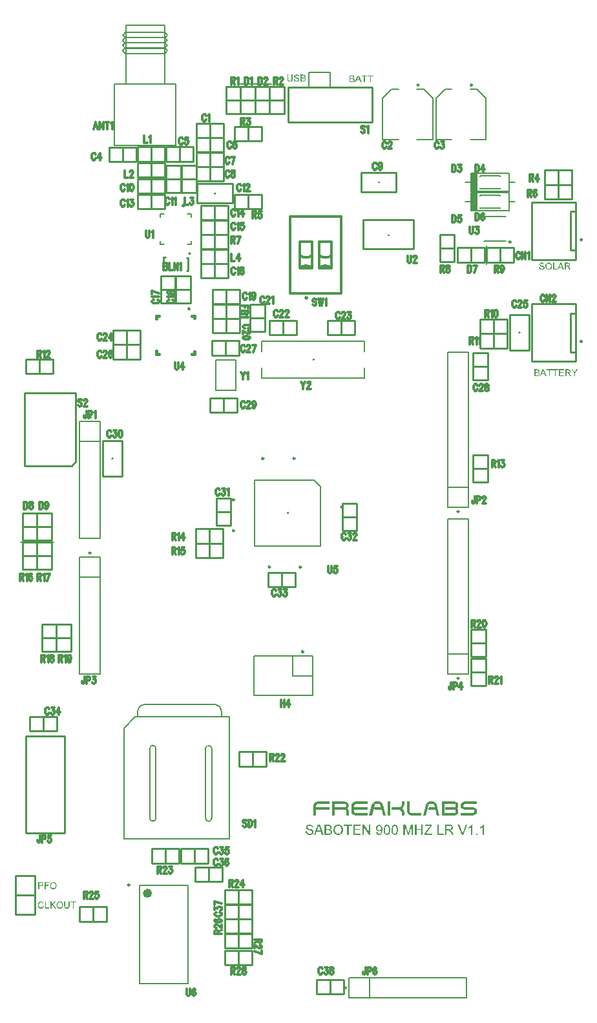
<source format=gto>
G04 CAM350 V10.0 (Build 275) Date:  Sat Sep 14 14:12:13 2013 *
G04 Database: (Untitled) *
G04 Layer 9: SABOTEN-ST.PHO *
%FSLAX25Y25*%
%MOIN*%
%SFA1.000B1.000*%

%MIA0B0*%
%IPPOS*%
%ADD11C,0.00787*%
%ADD16C,0.02362*%
%ADD27C,0.00984*%
%ADD37C,0.00800*%
%ADD38C,0.01200*%
%ADD39C,0.01500*%
%ADD40C,0.01000*%
%ADD44C,0.00600*%
%LNSABOTEN-ST.PHO*%
%LPD*%
G36*
X269893Y97734D02*
G01Y98377D01*
X270536*
Y97734*
X269893*
G37*
G36*
X309621Y389234D02*
G01Y392770D01*
X310112*
Y389627*
X311831*
Y389234*
X309621*
G37*
G36*
X47536Y59734D02*
G01Y63270D01*
X48027*
Y60127*
X49746*
Y59734*
X47536*
G37*
G36*
X47291Y69734D02*
G01Y73270D01*
X49648*
Y72877*
X47782*
Y71748*
X49353*
Y71355*
X47782*
Y69734*
X47291*
G37*
G36*
X44000D02*
G01Y72239D01*
Y73270*
X45621*
X45817Y73221*
X46259Y73073*
X46407Y72926*
X46554Y72730*
X46652Y72484*
Y72239*
X46603Y71846*
X46358Y71502*
X46210Y71355*
X45965Y71257*
X45719Y71207*
X44491*
Y69734*
X44000*
G37*
G36*
X312670Y334234D02*
G01Y337770D01*
X315224*
Y337377*
X313161*
Y336248*
X315076*
Y335855*
X313161*
Y334627*
X315322*
Y334234*
X312670*
G37*
G36*
X300000D02*
G01Y335241D01*
Y336812*
Y337770*
X301326*
X301719Y337721*
X301965Y337672*
X302210Y337524*
X302358Y337328*
X302456Y337082*
X302505Y336837*
X302499Y336812*
X302456Y336640*
X302358Y336444*
X302210Y336248*
X301965Y336100*
X302259Y335953*
X302456Y335757*
X302603Y335511*
X302652Y335265*
Y335241*
Y335020*
X302554Y334774*
X302456Y334578*
X302308Y334480*
X301916Y334283*
X301670Y334234*
X300000*
G37*
G36*
X204600Y485834D02*
G01Y486841D01*
Y488412*
Y489370*
X205926*
X206319Y489321*
X206565Y489272*
X206810Y489124*
X206958Y488928*
X207056Y488682*
X207105Y488437*
X207099Y488412*
X207056Y488240*
X206958Y488044*
X206810Y487848*
X206565Y487700*
X206859Y487553*
X207056Y487357*
X207203Y487111*
X207252Y486865*
Y486841*
Y486620*
X207154Y486374*
X207056Y486178*
X206908Y486080*
X206516Y485883*
X206270Y485834*
X204600*
G37*
G36*
X179326Y486234D02*
G01Y487241D01*
Y488812*
Y489770*
X180652*
X181045Y489721*
X181291Y489672*
X181536Y489524*
X181683Y489328*
X181782Y489082*
X181831Y488837*
X181825Y488812*
X181782Y488640*
X181683Y488444*
X181536Y488248*
X181291Y488100*
X181585Y487953*
X181782Y487757*
X181929Y487511*
X181978Y487265*
Y487241*
Y487020*
X181880Y486774*
X181782Y486578*
X181634Y486480*
X181241Y486283*
X180996Y486234*
X179326*
G37*
G36*
X224395Y107734D02*
G01Y114765D01*
X225729*
Y107734*
X224395*
G37*
G36*
X172500Y487707D02*
G01Y489770D01*
X172991*
Y487364*
X173090Y487069*
X173188Y486873*
X173335Y486725*
X173581Y486627*
X173826*
X174268Y486676*
X174563Y486873*
X174661Y487020*
X174710Y487216*
X174759Y487462*
Y489770*
X175250*
Y487707*
X175201Y487265*
X175152Y486873*
X174956Y486578*
X174710Y486382*
X174317Y486234*
X173875Y486185*
X173433Y486234*
X173090Y486332*
X172795Y486578*
X172648Y486823*
X172549Y487216*
X172500Y487707*
G37*
G36*
X57407Y61207D02*
G01Y63270D01*
X57898*
Y60864*
X57996Y60569*
X58094Y60373*
X58241Y60225*
X58487Y60127*
X58733*
X59174Y60176*
X59469Y60373*
X59567Y60520*
X59616Y60716*
X59666Y60962*
Y63270*
X60157*
Y61207*
X60108Y60765*
X60058Y60373*
X59862Y60078*
X59616Y59882*
X59224Y59734*
X58782Y59685*
X58340Y59734*
X57996Y59832*
X57701Y60078*
X57554Y60323*
X57456Y60716*
X57407Y61207*
G37*
G36*
X272036Y100948D02*
G01Y101591D01*
X272536Y101877*
X272965Y102163*
X273322Y102520*
X273536Y102877*
X273965*
Y97734*
X273322*
Y101734*
X272750Y101306*
X272036Y100948*
G37*
G36*
X266036D02*
G01Y101591D01*
X266536Y101877*
X266965Y102163*
X267322Y102520*
X267536Y102877*
X267965*
Y97734*
X267322*
Y101734*
X266750Y101306*
X266036Y100948*
G37*
G36*
X309331Y337377D02*
G01Y337770D01*
X312179*
Y337377*
X311000*
Y334234*
X310509*
Y337377*
X309331*
G37*
G36*
X306286D02*
G01Y337770D01*
X309134*
Y337377*
X307956*
Y334234*
X307465*
Y337377*
X306286*
G37*
G36*
X213931Y488977D02*
G01Y489370D01*
X216779*
Y488977*
X215600*
Y485834*
X215109*
Y488977*
X213931*
G37*
G36*
X210886D02*
G01Y489370D01*
X213734*
Y488977*
X212556*
Y485834*
X212065*
Y488977*
X210886*
G37*
G36*
X60648Y62877D02*
G01Y63270D01*
X63496*
Y62877*
X62317*
Y59734*
X61826*
Y62877*
X60648*
G37*
G36*
X302353Y390462D02*
G01X302844D01*
X302893Y390216*
X302991Y389971*
X303139Y389823*
X303335Y389676*
X303581Y389578*
X303826*
X304268Y389676*
X304465Y389774*
X304563Y389873*
X304661Y390069*
Y390216*
X304563Y390462*
X304465Y390609*
X304268Y390707*
X303286Y390953*
X302795Y391248*
X302648Y391395*
X302549Y391591*
X302500Y391837*
X302549Y392082*
X302648Y392328*
X302844Y392524*
X303090Y392672*
X303384Y392770*
X303728Y392819*
X304121Y392770*
X304416Y392672*
X304710Y392524*
X304907Y392328*
X305005Y392082*
X305054Y391788*
X304563*
X304514Y392082*
X304317Y392279*
X304072Y392377*
X303777Y392426*
X303433Y392377*
X303188Y392279*
X303041Y392082*
X302991Y391886*
X303041Y391690*
X303139Y391591*
X303188Y391493*
X303335Y391444*
X303532Y391395*
X303777Y391297*
X304219Y391198*
X304514Y391100*
X304808Y390953*
X305005Y390757*
X305103Y390511*
X305152Y390216*
X305103Y389971*
X305005Y389725*
X304808Y389480*
X304514Y389332*
X304219Y389234*
X303875Y389185*
X303433Y389234*
X303041Y389332*
X302746Y389529*
X302549Y389774*
X302402Y390118*
X302353Y390462*
G37*
G36*
X175889Y487462D02*
G01X176380D01*
X176429Y487216*
X176527Y486971*
X176674Y486823*
X176871Y486676*
X177116Y486578*
X177362*
X177804Y486676*
X178000Y486774*
X178099Y486873*
X178197Y487069*
Y487216*
X178099Y487462*
X178000Y487609*
X177804Y487707*
X176822Y487953*
X176331Y488248*
X176183Y488395*
X176085Y488591*
X176036Y488837*
X176085Y489082*
X176183Y489328*
X176380Y489524*
X176625Y489672*
X176920Y489770*
X177264Y489819*
X177657Y489770*
X177951Y489672*
X178246Y489524*
X178442Y489328*
X178541Y489082*
X178590Y488788*
X178099*
X178049Y489082*
X177853Y489279*
X177608Y489377*
X177313Y489426*
X176969Y489377*
X176724Y489279*
X176576Y489082*
X176527Y488886*
X176576Y488690*
X176674Y488591*
X176724Y488493*
X176871Y488444*
X177067Y488395*
X177313Y488297*
X177755Y488198*
X178049Y488100*
X178344Y487953*
X178541Y487757*
X178639Y487511*
X178688Y487216*
X178639Y486971*
X178541Y486725*
X178344Y486480*
X178049Y486332*
X177755Y486234*
X177411Y486185*
X176969Y486234*
X176576Y486332*
X176282Y486529*
X176085Y486774*
X175938Y487118*
X175889Y487462*
G37*
G36*
X50286Y59734D02*
G01Y63270D01*
X50777*
Y61649*
X52398Y63270*
X53085*
X51612Y61797*
X53183Y59734*
X52594*
X51268Y61453*
X50777Y60962*
Y59734*
X50286*
G37*
G36*
X315960Y334234D02*
G01Y336787D01*
Y337770*
X317483*
X317924Y337721*
X318170Y337672*
X318416Y337524*
X318563Y337328*
X318661Y337082*
X318710Y336788*
X318661Y336444*
X318465Y336198*
X318170Y335953*
X317777Y335855*
X318023Y335658*
X318219Y335462*
X318416Y335216*
X319005Y334234*
X318416*
X317974Y334971*
X317777Y335265*
X317630Y335462*
X317532Y335609*
X317433Y335707*
X317237Y335806*
X316451*
Y334234*
X315960*
G37*
G36*
X315661Y389234D02*
G01Y391787D01*
Y392770*
X317183*
X317625Y392721*
X317871Y392672*
X318116Y392524*
X318264Y392328*
X318362Y392082*
X318411Y391788*
X318362Y391444*
X318166Y391198*
X317871Y390953*
X317478Y390855*
X317724Y390658*
X317920Y390462*
X318116Y390216*
X318706Y389234*
X318116*
X317674Y389971*
X317478Y390265*
X317331Y390462*
X317233Y390609*
X317134Y390707*
X316938Y390806*
X316152*
Y389234*
X315661*
G37*
G36*
X43853Y61502D02*
G01X43902Y62042D01*
X44049Y62484*
X44295Y62828*
X44639Y63123*
X45032Y63270*
X45474Y63319*
X45916Y63270*
X46308Y63024*
X46603Y62730*
X46799Y62288*
X46308Y62190*
X46161Y62533*
X45965Y62730*
X45719Y62877*
X45424Y62926*
X45081Y62877*
X44786Y62730*
X44590Y62484*
X44442Y62190*
X44393Y61846*
X44344Y61551*
X44393Y61109*
X44491Y60716*
X44639Y60471*
X44835Y60225*
X45130Y60127*
X45424Y60078*
X45768Y60127*
X46063Y60323*
X46259Y60569*
X46407Y60962*
X46898Y60864*
X46701Y60323*
X46407Y59980*
X45965Y59734*
X45474Y59685*
X44983Y59734*
X44590Y59931*
X44246Y60176*
X44049Y60569*
X43902Y61011*
X43853Y61502*
G37*
G36*
X319103Y337770D02*
G01X319692D01*
X320380Y336690*
X320773Y336198*
X320920Y336395*
X321116Y336739*
X321755Y337770*
X322344*
X320969Y335707*
Y334234*
X320478*
Y335707*
X319103Y337770*
G37*
G36*
X311880Y389234D02*
G01X312809Y391542D01*
X313304Y392770*
X313844*
X314339Y391542*
X315268Y389234*
X314728*
X314335Y390315*
X312813*
X312420Y389234*
X311880*
G37*
G36*
X302799Y334234D02*
G01X303729Y336542D01*
X304224Y337770*
X304764*
X305259Y336542*
X306188Y334234*
X305648*
X305255Y335315*
X303733*
X303340Y334234*
X302799*
G37*
G36*
X207399Y485834D02*
G01X208329Y488142D01*
X208824Y489370*
X209364*
X209859Y488142*
X210788Y485834*
X210248*
X209855Y486915*
X208333*
X207940Y485834*
X207399*
G37*
G36*
X53429Y61453D02*
G01X53435Y61502D01*
X53527Y62239*
X53674Y62533*
X53920Y62828*
X54166Y63024*
X54411Y63172*
X54755Y63270*
X55099Y63319*
X55541Y63270*
X55983Y63073*
X56326Y62779*
X56572Y62435*
X56719Y61993*
X56768Y61502*
X56719Y60962*
X56572Y60520*
X56277Y60176*
X55933Y59882*
X55541Y59734*
X55099Y59685*
X54657Y59734*
X54215Y59931*
X53871Y60225*
X53625Y60569*
X53478Y61011*
X53429Y61453*
G37*
G36*
X50139Y71453D02*
G01X50145Y71502D01*
X50237Y72239*
X50384Y72533*
X50630Y72828*
X50875Y73024*
X51121Y73172*
X51465Y73270*
X51808Y73319*
X52250Y73270*
X52692Y73073*
X53036Y72779*
X53282Y72435*
X53429Y71993*
X53478Y71502*
X53429Y70962*
X53282Y70520*
X52987Y70176*
X52643Y69882*
X52250Y69734*
X51808Y69685*
X51366Y69734*
X50924Y69931*
X50581Y70225*
X50335Y70569*
X50188Y71011*
X50139Y71453*
G37*
G36*
X305643Y390953D02*
G01X305649Y391002D01*
X305741Y391739*
X305889Y392033*
X306134Y392328*
X306380Y392524*
X306625Y392672*
X306969Y392770*
X307313Y392819*
X307755Y392770*
X308197Y392573*
X308541Y392279*
X308786Y391935*
X308933Y391493*
X308983Y391002*
X308933Y390462*
X308786Y390020*
X308491Y389676*
X308148Y389382*
X307755Y389234*
X307313Y389185*
X306871Y389234*
X306429Y389431*
X306085Y389725*
X305840Y390069*
X305692Y390511*
X305643Y390953*
G37*
G36*
X249893Y97734D02*
G01Y102877D01*
X250608*
Y98306*
X253108*
Y97734*
X249893*
G37*
G36*
X218322Y99020D02*
G01X218965Y99091D01*
X219108Y98663*
X219250Y98448*
X219465Y98306*
X219750Y98234*
X220250Y98377*
X220608Y98663*
X220679Y98948*
X220822Y99234*
X220893Y100020*
Y100091*
X220393Y99663*
X220036Y99520*
X219679Y99448*
X219179Y99591*
X218679Y99877*
X218393Y100448*
X218250Y101163*
X218393Y101806*
X218679Y102377*
X219179Y102734*
X219822Y102877*
X220322Y102806*
X220750Y102591*
X221036Y102306*
X221322Y101806*
X221465Y101234*
X221471Y101163*
X221536Y100377*
X221465Y99520*
X221322Y98806*
X221036Y98306*
X220679Y97948*
X220250Y97734*
X219750Y97663*
X219179Y97734*
X218750Y98020*
X218465Y98448*
X218322Y99020*
G37*
G36*
X226250Y99591D02*
G01Y100234D01*
X226253Y100270*
X226322Y101091*
X226465Y101734*
X226679Y102234*
X226893Y102502*
X226965Y102591*
X227393Y102806*
X227893Y102877*
X228608Y102734*
X228893Y102520*
X229108Y102234*
X229393Y101448*
X229536Y100948*
Y100270*
Y100234*
X229465Y99448*
X229322Y98806*
X229108Y98306*
X228822Y97948*
X228393Y97734*
X227893Y97663*
X227250Y97806*
X226750Y98163*
X226536Y98520*
X226393Y99020*
X226250Y99591*
G37*
G36*
X222250D02*
G01Y100234D01*
X222253Y100270*
X222322Y101091*
X222465Y101734*
X222679Y102234*
X222893Y102502*
X222965Y102591*
X223393Y102806*
X223893Y102877*
X224608Y102734*
X224893Y102520*
X225108Y102234*
X225393Y101448*
X225536Y100948*
Y100270*
Y100234*
X225465Y99448*
X225322Y98806*
X225108Y98306*
X224822Y97948*
X224393Y97734*
X223893Y97663*
X223250Y97806*
X222750Y98163*
X222536Y98520*
X222393Y99020*
X222250Y99591*
G37*
G36*
X206536Y97734D02*
G01Y102877D01*
X210250*
Y102306*
X207250*
Y100663*
X210036*
Y100091*
X207250*
Y98306*
X210393*
Y97734*
X206536*
G37*
G36*
X191750D02*
G01Y99198D01*
Y101484*
Y102877*
X193679*
X194250Y102806*
X194608Y102734*
X194965Y102520*
X195179Y102234*
X195322Y101877*
X195393Y101520*
X195384Y101484*
X195322Y101234*
X195179Y100948*
X194965Y100663*
X194608Y100448*
X195036Y100234*
X195322Y99948*
X195536Y99591*
X195608Y99234*
Y99198*
Y98877*
X195465Y98520*
X195322Y98234*
X195108Y98091*
X194536Y97806*
X194179Y97734*
X191750*
G37*
G36*
X238393D02*
G01Y102877D01*
X239108*
Y100734*
X241679*
Y102877*
X242393*
Y97734*
X241679*
Y100163*
X239108*
Y97734*
X238393*
G37*
G36*
X211322D02*
G01Y102877D01*
X212108*
X214608Y99020*
Y102877*
X215322*
Y97734*
X214536*
X212036Y101591*
Y97734*
X211322*
G37*
G36*
X243108D02*
G01Y98306D01*
X245679Y101663*
X246179Y102306*
X243465*
Y102877*
X247036*
Y102306*
X244250Y98663*
X243965Y98306*
X247179*
Y97734*
X243108*
G37*
G36*
X201679Y102306D02*
G01Y102877D01*
X205822*
Y102306*
X204108*
Y97734*
X203393*
Y102306*
X201679*
G37*
G36*
X181965Y99520D02*
G01X182679D01*
X182750Y99163*
X182893Y98806*
X183108Y98591*
X183393Y98377*
X183750Y98234*
X184108*
X184750Y98377*
X185036Y98520*
X185179Y98663*
X185322Y98948*
Y99163*
X185179Y99520*
X185036Y99734*
X184750Y99877*
X183322Y100234*
X182608Y100663*
X182393Y100877*
X182250Y101163*
X182179Y101520*
X182250Y101877*
X182393Y102234*
X182679Y102520*
X183036Y102734*
X183465Y102877*
X183965Y102948*
X184536Y102877*
X184965Y102734*
X185393Y102520*
X185679Y102234*
X185822Y101877*
X185893Y101448*
X185179*
X185108Y101877*
X184822Y102163*
X184465Y102306*
X184036Y102377*
X183536Y102306*
X183179Y102163*
X182965Y101877*
X182893Y101591*
X182965Y101306*
X183108Y101163*
X183179Y101020*
X183393Y100948*
X183679Y100877*
X184036Y100734*
X184679Y100591*
X185108Y100448*
X185536Y100234*
X185822Y99948*
X185965Y99591*
X186036Y99163*
X185965Y98806*
X185822Y98448*
X185536Y98091*
X185108Y97877*
X184679Y97734*
X184179Y97663*
X183536Y97734*
X182965Y97877*
X182536Y98163*
X182250Y98520*
X182036Y99020*
X181965Y99520*
G37*
G36*
X253893Y97734D02*
G01Y101448D01*
Y102877*
X256108*
X256750Y102806*
X257108Y102734*
X257465Y102520*
X257679Y102234*
X257822Y101877*
X257893Y101448*
X257822Y100948*
X257536Y100591*
X257108Y100234*
X256536Y100091*
X256893Y99806*
X257179Y99520*
X257465Y99163*
X258322Y97734*
X257465*
X256822Y98806*
X256536Y99234*
X256322Y99520*
X256179Y99734*
X256036Y99877*
X255750Y100020*
X254608*
Y97734*
X253893*
G37*
G36*
X186250D02*
G01X187603Y101091D01*
X188322Y102877*
X189108*
X189827Y101091*
X191179Y97734*
X190393*
X189822Y99306*
X187608*
X187036Y97734*
X186250*
G37*
G36*
X260393Y102877D02*
G01X261179D01*
X262608Y99163*
X262893Y98306*
X263108Y99163*
X264536Y102877*
X265322*
X263322Y97734*
X262465*
X260393Y102877*
G37*
G36*
X232393Y97734D02*
G01Y102877D01*
X233465*
X234608Y99234*
X234750Y98806*
X234893Y98520*
X234965Y98806*
X235108Y99306*
X236250Y102877*
X237322*
Y97734*
X236608*
Y102091*
X235179Y97734*
X234465*
X233108Y102090*
Y97734*
X232393*
G37*
G36*
X196322Y100234D02*
G01X196331Y100306D01*
X196465Y101377*
X196679Y101806*
X197036Y102234*
X197393Y102520*
X197750Y102734*
X198250Y102877*
X198750Y102948*
X199393Y102877*
X200036Y102591*
X200536Y102163*
X200893Y101663*
X201108Y101020*
X201179Y100306*
X201108Y99520*
X200893Y98877*
X200465Y98377*
X199965Y97948*
X199393Y97734*
X198750Y97663*
X198108Y97734*
X197465Y98020*
X196965Y98448*
X196608Y98948*
X196393Y99591*
X196322Y100234*
G37*
G36*
X226214Y110643D02*
G01Y111855D01*
X229729*
X230456Y111977*
X231062Y112340*
X231547Y112946*
X231668Y113674*
Y114765*
X233001*
Y114037*
X232880Y113189*
X232638Y112461*
X232274Y111613*
X231668Y111249*
X232274Y110765*
X232638Y110158*
X232880Y109310*
X233001Y108583*
Y107734*
X231668*
Y108825*
X231547Y109552*
X231062Y110158*
X230456Y110522*
X229729Y110643*
X226214*
G37*
G36*
X234335Y109674D02*
G01Y114765D01*
X235668*
Y109552*
X235911Y109068*
X236395Y108946*
X241608*
Y107734*
X236395*
X235668Y107855*
X234941Y108219*
X234456Y108825*
X234335Y109674*
G37*
G36*
X205608D02*
G01Y112825D01*
X205729Y113552*
X206214Y114158*
X206941Y114643*
X207668Y114765*
X213850*
Y113552*
X207668*
X207183Y113310*
X206941Y112825*
Y111855*
X213850*
Y110643*
X206941*
Y109552*
X207183Y109068*
X207668Y108946*
X213850*
Y107734*
X207668*
X206941Y107855*
X206214Y108219*
X205729Y108825*
X205608Y109674*
G37*
G36*
X186092Y112825D02*
G01X186214Y113552D01*
X186698Y114158*
X187426Y114643*
X188153Y114765*
X194335*
Y113552*
X188153*
X187668Y113310*
X187426Y112825*
Y111855*
X194335*
Y110643*
X187426*
Y107734*
X186092*
Y112825*
G37*
G36*
X261971Y107734D02*
G01Y108946D01*
X268274*
X268759Y109189*
X269001Y109552*
Y110037*
X268880Y110522*
X268274Y110643*
X264032*
X263305Y110765*
X262577Y111128*
X262092Y111734*
X261971Y112583*
Y112825*
X262092Y113552*
X262577Y114158*
X263305Y114643*
X264032Y114765*
X270335*
Y113552*
X264032*
X263547Y113310*
X263305Y112825*
Y112461*
X263547Y111977*
X264032Y111855*
X268274*
X269001Y111734*
X269729Y111371*
X270214Y110765*
X270335Y109916*
Y109674*
X270214Y108825*
X269729Y108219*
X269001Y107855*
X268274Y107734*
X261971*
G37*
G36*
X242456D02*
G01X243789Y112825D01*
X244153Y113674*
X244638Y114280*
X245123Y114643*
X245850Y114765*
X247668*
X248395Y114643*
X249001Y114280*
X249486Y113674*
X249729Y112825*
X251062Y107734*
X249608*
X248880Y110643*
X245244*
X245486Y111855*
X248638*
X248517Y112219*
X248032Y113431*
X247547Y113552*
X245971*
X245486Y113431*
X245244Y112946*
X243911Y107734*
X242456*
G37*
G36*
X195547D02*
G01Y114765D01*
X202092*
X202941Y114643*
X203547Y114280*
X204032Y113552*
X204153Y112825*
Y112461*
X204032Y111855*
X203668Y111249*
X204032Y110643*
X204153Y110037*
Y107734*
X202820*
Y110280*
X202577Y110522*
X202092Y110643*
X197244*
Y111855*
X202092*
X202698Y111977*
X202820Y112461*
Y112825*
X202698Y113431*
X202092Y113552*
X196880*
Y107734*
X195547*
G37*
G36*
X252153D02*
G01Y111249D01*
Y114765*
X258698*
X259547Y114643*
X260153Y114280*
X260638Y113552*
X260759Y112825*
Y112461*
X260638Y111855*
X260153Y111249*
X260517Y110886*
X260759Y110158*
Y109674*
X260638Y108825*
X260153Y108219*
X259547Y107855*
X258698Y107734*
X252153*
G37*
G36*
X214698D02*
G01X216032Y112825D01*
X216395Y113674*
X216880Y114280*
X217365Y114643*
X218092Y114765*
X219911*
X220638Y114643*
X221244Y114280*
X221729Y113674*
X221971Y112825*
X223305Y107734*
X221850*
X221123Y110643*
X217486*
X217729Y111855*
X220880*
X220759Y112219*
X220274Y113431*
X219789Y113552*
X218214*
X217729Y113431*
X217486Y112946*
X216153Y107734*
X214698*
G37*
%LPC*%
G36*
X44491Y71600D02*
G01X45375D01*
X45719Y71649*
X45965Y71748*
X46112Y71993*
X46161Y72239*
Y72435*
X46063Y72632*
X45916Y72779*
X45621Y72877*
X44491*
Y72239*
Y71600*
G37*
G36*
X300491Y336248D02*
G01X301474D01*
X301670Y336297*
X301916Y336493*
X302014Y336640*
Y336788*
X302007Y336812*
X301916Y337132*
X301719Y337328*
X301474Y337377*
X300491*
Y336812*
Y336248*
G37*
G36*
Y334627D02*
G01X301670D01*
X301916Y334725*
X302112Y334922*
X302161Y335216*
Y335241*
Y335413*
X302063Y335560*
X301768Y335806*
X301572Y335855*
X300491*
Y335241*
Y334627*
G37*
G36*
X205091Y487848D02*
G01X206074D01*
X206270Y487897*
X206516Y488093*
X206614Y488240*
Y488388*
X206607Y488412*
X206516Y488732*
X206319Y488928*
X206074Y488977*
X205091*
Y488412*
Y487848*
G37*
G36*
Y486227D02*
G01X206270D01*
X206516Y486325*
X206712Y486522*
X206761Y486816*
Y486841*
Y487013*
X206663Y487160*
X206368Y487406*
X206172Y487455*
X205091*
Y486841*
Y486227*
G37*
G36*
X179817Y488248D02*
G01X180799D01*
X180996Y488297*
X181241Y488493*
X181340Y488640*
Y488788*
X181333Y488812*
X181241Y489132*
X181045Y489328*
X180799Y489377*
X179817*
Y488812*
Y488248*
G37*
G36*
Y486627D02*
G01X180996D01*
X181241Y486725*
X181438Y486922*
X181487Y487216*
Y487241*
Y487413*
X181389Y487560*
X181094Y487806*
X180898Y487855*
X179817*
Y487241*
Y486627*
G37*
G36*
X316451Y336198D02*
G01X317679D01*
X317875Y336248*
X318121Y336493*
X318219Y336788*
X318170Y337033*
X318072Y337230*
X317826Y337328*
X317532Y337377*
X316451*
Y336788*
Y336198*
G37*
G36*
X316152Y391198D02*
G01X317380D01*
X317576Y391248*
X317822Y391493*
X317920Y391788*
X317871Y392033*
X317773Y392230*
X317527Y392328*
X317233Y392377*
X316152*
Y391788*
Y391198*
G37*
G36*
X314188Y390707D02*
G01X313880Y391542D01*
X313697Y392033*
X313599Y392377*
X313353Y391739*
X313278Y391542*
X312960Y390707*
X314188*
G37*
G36*
X305108Y335707D02*
G01X304800Y336542D01*
X304764Y336640*
X304616Y337033*
X304518Y337377*
X304273Y336739*
X304198Y336542*
X303880Y335707*
X305108*
G37*
G36*
X209708Y487307D02*
G01X209400Y488142D01*
X209364Y488240*
X209216Y488633*
X209118Y488977*
X208873Y488339*
X208798Y488142*
X208480Y487307*
X209708*
G37*
G36*
X53920Y61453D02*
G01X54018Y60864D01*
X54264Y60422*
X54657Y60176*
X55099Y60078*
X55590Y60176*
X55933Y60422*
X56179Y60913*
X56277Y61502*
X56228Y61895*
X56130Y62239*
X55983Y62533*
X55737Y62730*
X55442Y62877*
X55099Y62926*
X54657Y62828*
X54264Y62582*
X54116Y62386*
X54018Y62140*
X53920Y61797*
Y61502*
Y61453*
G37*
G36*
X50630Y71453D02*
G01X50728Y70864D01*
X50974Y70422*
X51366Y70176*
X51808Y70078*
X52299Y70176*
X52643Y70422*
X52889Y70913*
X52987Y71502*
X52938Y71895*
X52840Y72239*
X52692Y72533*
X52447Y72730*
X52152Y72877*
X51808Y72926*
X51366Y72828*
X50974Y72582*
X50826Y72386*
X50728Y72140*
X50630Y71797*
Y71502*
Y71453*
G37*
G36*
X306134Y390953D02*
G01X306233Y390364D01*
X306478Y389922*
X306871Y389676*
X307313Y389578*
X307804Y389676*
X308148Y389922*
X308393Y390413*
X308491Y391002*
X308442Y391395*
X308344Y391739*
X308197Y392033*
X307951Y392230*
X307657Y392377*
X307313Y392426*
X306871Y392328*
X306478Y392082*
X306331Y391886*
X306233Y391640*
X306134Y391297*
Y391002*
Y390953*
G37*
G36*
X218965Y100663D02*
G01X219179Y100306D01*
X219465Y100091*
X219893Y100020*
X220322Y100091*
X220608Y100306*
X220822Y100663*
X220893Y101163*
X220822Y101591*
X220608Y102020*
X220322Y102234*
X219893Y102306*
X219536Y102234*
X219179Y101948*
X218965Y101591*
X218903Y101163*
X218893Y101091*
X218965Y100663*
G37*
G36*
X226893Y99663D02*
G01X226965Y99234D01*
X227036Y98877*
X227179Y98591*
X227536Y98306*
X227893Y98234*
X228250Y98306*
X228608Y98591*
X228750Y98877*
X228822Y99234*
X228893Y99663*
Y100270*
Y100806*
X228822Y101306*
X228750Y101663*
X228608Y101877*
X228322Y102234*
X227893Y102306*
X227536Y102234*
X227179Y101948*
X227036Y101663*
X226965Y101306*
X226893Y100806*
Y100270*
Y99663*
G37*
G36*
X222893D02*
G01X222965Y99234D01*
X223036Y98877*
X223179Y98591*
X223536Y98306*
X223893Y98234*
X224250Y98306*
X224608Y98591*
X224750Y98877*
X224822Y99234*
X224893Y99663*
Y100270*
Y100806*
X224822Y101306*
X224750Y101663*
X224608Y101877*
X224322Y102234*
X223893Y102306*
X223536Y102234*
X223179Y101948*
X223036Y101663*
X222965Y101306*
X222893Y100806*
Y100270*
Y99663*
G37*
G36*
X192465Y100663D02*
G01X193893D01*
X194179Y100734*
X194536Y101020*
X194679Y101234*
Y101448*
X194669Y101484*
X194536Y101948*
X194250Y102234*
X193893Y102306*
X192465*
Y101484*
Y100663*
G37*
G36*
Y98306D02*
G01X194179D01*
X194536Y98448*
X194822Y98734*
X194893Y99163*
Y99198*
Y99448*
X194750Y99663*
X194322Y100020*
X194036Y100091*
X192465*
Y99198*
Y98306*
G37*
G36*
X254608Y100591D02*
G01X256393D01*
X256679Y100663*
X257036Y101020*
X257179Y101448*
X257108Y101806*
X256965Y102091*
X256608Y102234*
X256179Y102306*
X254608*
Y101448*
Y100591*
G37*
G36*
X189608Y99877D02*
G01X189161Y101091D01*
X189108Y101234*
X188893Y101806*
X188750Y102306*
X188393Y101377*
X188284Y101091*
X187822Y99877*
X189608*
G37*
G36*
X197036Y100234D02*
G01X197179Y99377D01*
X197536Y98734*
X198108Y98377*
X198750Y98234*
X199465Y98377*
X199965Y98734*
X200322Y99448*
X200465Y100306*
X200393Y100877*
X200250Y101377*
X200036Y101806*
X199679Y102091*
X199250Y102306*
X198750Y102377*
X198108Y102234*
X197536Y101877*
X197322Y101591*
X197179Y101234*
X197036Y100734*
Y100306*
Y100234*
G37*
G36*
X253486Y108946D02*
G01X258698D01*
X259305Y109068*
X259426Y109552*
Y110280*
X259183Y110522*
X258698Y110643*
X253971*
Y111249*
Y111855*
X258698*
X259305Y111977*
X259426Y112461*
Y112825*
X259305Y113431*
X258698Y113552*
X253486*
Y111249*
Y108946*
G37*
%LPD*%
G54D11*
X239332Y456242D02*
G01X247600D01*
Y477502*
X242875Y482226*
X239332*
X229883D02*
G01X226340D01*
X221615Y477502*
Y456242*
X229883*
X266832D02*
G01X275100D01*
Y477502*
X270375Y482226*
X266832*
X257383D02*
G01X253840D01*
X249115Y477502*
Y456242*
X257383*
X275375Y392010D02*
G01Y401459D01*
X267265Y428762D02*
G01X286950D01*
Y419707*
X267265*
Y428762*
X264115Y424234D02*
G01X267265D01*
X290100D02*
G01X286950D01*
X267856Y428762D02*
G01Y419707D01*
X268446D02*
G01Y428762D01*
X269037D02*
G01Y419707D01*
X269627D02*
G01Y428762D01*
X270218Y419707D02*
G01Y428762D01*
X164332Y485002D02*
G01X154883D01*
X156832D02*
G01X147383D01*
X267265Y438762D02*
G01X286950D01*
Y429707*
X267265*
Y438762*
X264115Y434234D02*
G01X267265D01*
X290100D02*
G01X286950D01*
X267856Y438762D02*
G01Y429707D01*
X268446D02*
G01Y438762D01*
X269037D02*
G01Y429707D01*
X269627D02*
G01Y438762D01*
X270218Y429707D02*
G01Y438762D01*
X271793Y421281D02*
G01Y420888D01*
X282422*
Y421281*
X271793Y427187D02*
G01Y427581D01*
X282422*
Y427187*
X271793Y431281D02*
G01Y430888D01*
X282422*
Y431281*
X271793Y437187D02*
G01Y437581D01*
X282422*
Y437187*
X285416Y403835D02*
G01X273999D01*
X285416Y416433D02*
G01X273999D01*
X121209Y71431D02*
G01X96406D01*
Y21037*
X121209*
Y71431*
X122826Y416249D02*
G01Y418021D01*
X121055*
X108850D02*
G01X107078D01*
Y416249*
Y404044D02*
G01Y402273D01*
X108850*
X122826Y404044D02*
G01Y402273D01*
X121055*
X34883Y248466D02*
G01X44332D01*
X42383D02*
G01X51832D01*
G54D16*
X101524Y67494D02*
G75*
G03X101524Y67494I-1181D01*
G54D27*
X240415Y484392D02*
G03X240415Y484392I-493D01*
X267915D02*
G03X267915Y484392I-493D01*
X324632Y352137D02*
G03X324632Y352137I-492D01*
Y404637D02*
G03X324632Y404637I-492D01*
X269726Y427778D02*
G03X269726Y427778I-492D01*
Y437778D02*
G03X269726Y437778I-492D01*
X122234Y368933D02*
G03X122234Y368933I-492D01*
X287877Y403441D02*
G03X287877Y403441I-492D01*
X91189Y71825D02*
G03X91189Y71825I-492D01*
X119283Y422155D02*
G03X119283Y422155I-492D01*
G54D37*
X83404Y484895D02*
G01X114900D01*
Y453399*
X83404*
Y484895*
X89152Y515210D02*
G01X109152D01*
Y484895*
X89152*
Y515210*
X89113Y511470D02*
G01X108995D01*
X89113Y508792D02*
G01X108995D01*
X89152Y508596D02*
G01X87656Y510092D01*
X87814Y510367D02*
G01X89074Y511627D01*
X109231Y511666D02*
G01X110727Y510170D01*
X110570Y509895D02*
G01X109310Y508635D01*
X87656Y507651D02*
G01X88916Y508911D01*
X88995Y505879D02*
G01X87499Y507375D01*
X109074Y508950D02*
G01X110570Y507454D01*
X110412Y507178D02*
G01X109152Y505918D01*
X88956Y508753D02*
G01X108837D01*
X88956Y506076D02*
G01X108837D01*
X87656Y505013D02*
G01X88916Y506273D01*
X88995Y503241D02*
G01X87499Y504737D01*
X109074Y506312D02*
G01X110570Y504816D01*
X110412Y504541D02*
G01X109152Y503281D01*
X88956Y506115D02*
G01X108837D01*
X88956Y503438D02*
G01X108837D01*
X87735Y502296D02*
G01X88995Y503556D01*
X89074Y500525D02*
G01X87578Y502021D01*
X109152Y503596D02*
G01X110648Y502100D01*
X110491Y501824D02*
G01X109231Y500564D01*
X89034Y503399D02*
G01X108916D01*
X89034Y500722D02*
G01X108916D01*
X185608Y189934D02*
G01X155208D01*
Y169734*
X185608*
Y189934*
Y179534D02*
G01X175208D01*
Y189934*
X65408Y310934D02*
G01Y250534D01*
X75808*
Y310934*
X65408*
X75808Y300534D02*
G01X65408D01*
X265808Y266534D02*
G01Y346734D01*
X255408*
Y266534*
X265808*
X255408Y276934D02*
G01X265808D01*
X65408Y240934D02*
G01Y180534D01*
X75808*
Y240934*
X65408*
X75808Y230534D02*
G01X65408D01*
X265808Y180534D02*
G01Y260734D01*
X255408*
Y180534*
X265808*
X255408Y190934D02*
G01X265808D01*
X194647Y490966D02*
G01Y483092D01*
X183623*
Y490966*
X194647*
X145875Y342703D02*
G01Y326955D01*
X135639*
Y342703*
X145875*
X204408Y13534D02*
G01X264808D01*
Y23934*
X204408*
Y13534*
X214808Y23934D02*
G01Y13534D01*
X189608Y277234D02*
G01X186108Y280734D01*
X155608*
Y246734*
X189608*
Y277234*
X142693Y95647D02*
G01X88166D01*
Y152537*
X94071Y158442*
X142693*
Y95647*
X138560Y158639D02*
G01X95252D01*
Y161001*
X99189Y164938D02*
G03X95252Y161001J-3937D01*
X99189Y164938D02*
G01X134622D01*
X138560Y161001D02*
G03X134622Y164938I-3938J-1D01*
X138560Y161001D02*
G01Y158639D01*
X130292Y106275D02*
G03X133442Y106278I1575J-130D01*
X130292Y106277D02*
G01Y142103D01*
X133441D02*
G03X130293Y142103I-1574J50D01*
X133441D02*
G01Y106277D01*
X101552D02*
G03X104700Y106277I1574J-49D01*
X101552D02*
G01Y142103D01*
X104701Y142105D02*
G03X101551Y142102I-1575J130D01*
X104701Y142103D02*
G01Y106277D01*
X122613Y397547D02*
G03X122613Y397547I-511D01*
G54D38*
X174037Y416616D02*
G01X200178D01*
Y376852*
X174037*
Y416616*
X178879Y403624D02*
G01X185375D01*
Y389844*
X178879*
Y403624*
X178880Y396734D02*
G03X185375Y396734I3247J3136D01*
X185179Y389844D02*
G03X178879Y389844I-3150J-2896D01*
X188919Y403624D02*
G01X195415D01*
Y389844*
X188919*
Y403624*
X195218Y389844D02*
G03X188919Y389844I-3150J-2896D01*
Y396734D02*
G03X195415Y396734I3248J3137D01*
X182718Y374687D02*
G03X182718Y374687I-492D01*
X73608Y465344D02*
G01X72608Y461734D01*
X73608Y465344D02*
G01X74608Y461734D01*
X72983Y462937D02*
G01X74233D01*
X75733Y465344D02*
G01Y461734D01*
Y465344D02*
G01X77483Y461734D01*
Y465344D02*
G01Y461734D01*
X79483Y465344D02*
G01Y461734D01*
X78608Y465344D02*
G01X80358D01*
X81483Y464656D02*
G01X81733Y464828D01*
X82108Y465344*
Y461734*
X223483Y454336D02*
G01X223358Y454680D01*
X223108Y455023*
X222858Y455195*
X222358*
X222108Y455023*
X221858Y454680*
X221733Y454336*
X221608Y453820*
Y452961*
X221733Y452445*
X221858Y452101*
X222108Y451758*
X222358Y451586*
X222858*
X223108Y451758*
X223358Y452101*
X223483Y452445*
X224733Y454336D02*
G01Y454508D01*
X224858Y454851*
X224983Y455023*
X225233Y455195*
X225733*
X225983Y455023*
X226108Y454851*
X226233Y454508*
Y454164*
X226108Y453820*
X225858Y453305*
X224608Y451586*
X226358*
X137483Y275484D02*
G01X137358Y275828D01*
X137108Y276172*
X136858Y276344*
X136358*
X136108Y276172*
X135858Y275828*
X135733Y275484*
X135608Y274969*
Y274109*
X135733Y273594*
X135858Y273250*
X136108Y272906*
X136358Y272734*
X136858*
X137108Y272906*
X137358Y273250*
X137483Y273594*
X138858Y276344D02*
G01X140233D01*
X139483Y274969*
X139858*
X140108Y274797*
X140233Y274625*
X140358Y274109*
Y273765*
X140233Y273250*
X139983Y272906*
X139608Y272734*
X139233*
X138858Y272906*
X138733Y273078*
X138608Y273422*
X141483Y275656D02*
G01X141733Y275828D01*
X142108Y276344*
Y272734*
X250483Y454336D02*
G01X250358Y454680D01*
X250108Y455023*
X249858Y455195*
X249358*
X249108Y455023*
X248858Y454680*
X248733Y454336*
X248608Y453820*
Y452961*
X248733Y452445*
X248858Y452101*
X249108Y451758*
X249358Y451586*
X249858*
X250108Y451758*
X250358Y452101*
X250483Y452445*
X251858Y455195D02*
G01X253233D01*
X252483Y453820*
X252858*
X253108Y453648*
X253233Y453476*
X253358Y452961*
Y452617*
X253233Y452101*
X252983Y451758*
X252608Y451586*
X252233*
X251858Y451758*
X251733Y451930*
X251608Y452273*
X290483Y372484D02*
G01X290358Y372828D01*
X290108Y373172*
X289858Y373344*
X289358*
X289108Y373172*
X288858Y372828*
X288733Y372484*
X288608Y371969*
Y371109*
X288733Y370594*
X288858Y370250*
X289108Y369906*
X289358Y369734*
X289858*
X290108Y369906*
X290358Y370250*
X290483Y370594*
X291733Y372484D02*
G01Y372656D01*
X291858Y373000*
X291983Y373172*
X292233Y373344*
X292733*
X292983Y373172*
X293108Y373000*
X293233Y372656*
Y372312*
X293108Y371969*
X292858Y371453*
X291608Y369734*
X293358*
X296108Y373344D02*
G01X294858D01*
X294733Y371797*
X294858Y371969*
X295233Y372140*
X295608*
X295983Y371969*
X296233Y371625*
X296358Y371109*
X296233Y370765*
X296108Y370250*
X295858Y369906*
X295483Y369734*
X295108*
X294733Y369906*
X294608Y370078*
X294483Y370422*
X118483Y456484D02*
G01X118358Y456828D01*
X118108Y457172*
X117858Y457344*
X117358*
X117108Y457172*
X116858Y456828*
X116733Y456484*
X116608Y455969*
Y455109*
X116733Y454594*
X116858Y454250*
X117108Y453906*
X117358Y453734*
X117858*
X118108Y453906*
X118358Y454250*
X118483Y454594*
X121233Y457344D02*
G01X119983D01*
X119858Y455797*
X119983Y455969*
X120358Y456140*
X120733*
X121108Y455969*
X121358Y455625*
X121483Y455109*
X121358Y454765*
X121233Y454250*
X120983Y453906*
X120608Y453734*
X120233*
X119858Y453906*
X119733Y454078*
X119608Y454422*
X81483Y305484D02*
G01X81358Y305828D01*
X81108Y306172*
X80858Y306344*
X80358*
X80108Y306172*
X79858Y305828*
X79733Y305484*
X79608Y304969*
Y304109*
X79733Y303594*
X79858Y303250*
X80108Y302906*
X80358Y302734*
X80858*
X81108Y302906*
X81358Y303250*
X81483Y303594*
X82858Y306344D02*
G01X84233D01*
X83483Y304969*
X83858*
X84108Y304797*
X84233Y304625*
X84358Y304109*
Y303765*
X84233Y303250*
X83983Y302906*
X83608Y302734*
X83233*
X82858Y302906*
X82733Y303078*
X82608Y303422*
X86233Y306344D02*
G01X85858Y306172D01*
X85608Y305656*
X85483Y304797*
Y304281*
X85608Y303422*
X85858Y302906*
X86233Y302734*
X86483*
X86858Y302906*
X87108Y303422*
X87233Y304281*
Y304797*
X87108Y305656*
X86858Y306172*
X86483Y306344*
X86233*
X202483Y252484D02*
G01X202358Y252828D01*
X202108Y253172*
X201858Y253344*
X201358*
X201108Y253172*
X200858Y252828*
X200733Y252484*
X200608Y251969*
Y251109*
X200733Y250594*
X200858Y250250*
X201108Y249906*
X201358Y249734*
X201858*
X202108Y249906*
X202358Y250250*
X202483Y250594*
X203858Y253344D02*
G01X205233D01*
X204483Y251969*
X204858*
X205108Y251797*
X205233Y251625*
X205358Y251109*
Y250765*
X205233Y250250*
X204983Y249906*
X204608Y249734*
X204233*
X203858Y249906*
X203733Y250078*
X203608Y250422*
X206608Y252484D02*
G01Y252656D01*
X206733Y253000*
X206858Y253172*
X207108Y253344*
X207608*
X207858Y253172*
X207983Y253000*
X208108Y252656*
Y252312*
X207983Y251969*
X207733Y251453*
X206483Y249734*
X208233*
X73483Y448484D02*
G01X73358Y448828D01*
X73108Y449172*
X72858Y449344*
X72358*
X72108Y449172*
X71858Y448828*
X71733Y448484*
X71608Y447969*
Y447109*
X71733Y446594*
X71858Y446250*
X72108Y445906*
X72358Y445734*
X72858*
X73108Y445906*
X73358Y446250*
X73483Y446594*
X75858Y449344D02*
G01X74608Y446937D01*
X76483*
X75858Y449344D02*
G01Y445734D01*
X152358Y358859D02*
G01X152701Y358984D01*
X153045Y359234*
X153217Y359484*
Y359984*
X153045Y360234*
X152701Y360484*
X152358Y360609*
X151842Y360734*
X150983*
X150467Y360609*
X150123Y360484*
X149779Y360234*
X149608Y359984*
Y359484*
X149779Y359234*
X150123Y358984*
X150467Y358859*
X152358Y357609D02*
G01X152529D01*
X152873Y357484*
X153045Y357359*
X153217Y357109*
Y356609*
X153045Y356359*
X152873Y356234*
X152529Y356109*
X152186*
X151842Y356234*
X151326Y356484*
X149608Y357734*
Y355984*
X153217Y354109D02*
G01X153045Y354484D01*
X152529Y354734*
X151670Y354859*
X151154*
X150295Y354734*
X149779Y354484*
X149608Y354109*
Y353859*
X149779Y353484*
X150295Y353234*
X151154Y353109*
X151670*
X152529Y353234*
X153045Y353484*
X153217Y353859*
Y354109*
X135858Y57609D02*
G01X135514Y57484D01*
X135170Y57234*
X134998Y56984*
Y56484*
X135170Y56234*
X135514Y55984*
X135858Y55859*
X136373Y55734*
X137233*
X137748Y55859*
X138092Y55984*
X138436Y56234*
X138608Y56484*
Y56984*
X138436Y57234*
X138092Y57484*
X137748Y57609*
X134998Y58984D02*
G01Y60359D01*
X136373Y59609*
Y59984*
X136545Y60234*
X136717Y60359*
X137233Y60484*
X137576*
X138092Y60359*
X138436Y60109*
X138608Y59734*
Y59359*
X138436Y58984*
X138264Y58859*
X137920Y58734*
X134998Y63359D02*
G01X138608Y62109D01*
X134998Y61609D02*
G01Y63359D01*
X136483Y84484D02*
G01X136358Y84828D01*
X136108Y85172*
X135858Y85344*
X135358*
X135108Y85172*
X134858Y84828*
X134733Y84484*
X134608Y83969*
Y83109*
X134733Y82594*
X134858Y82250*
X135108Y81906*
X135358Y81734*
X135858*
X136108Y81906*
X136358Y82250*
X136483Y82594*
X137858Y85344D02*
G01X139233D01*
X138483Y83969*
X138858*
X139108Y83797*
X139233Y83625*
X139358Y83109*
Y82765*
X139233Y82250*
X138983Y81906*
X138608Y81734*
X138233*
X137858Y81906*
X137733Y82078*
X137608Y82422*
X141983Y84828D02*
G01X141858Y85172D01*
X141483Y85344*
X141233*
X140858Y85172*
X140608Y84656*
X140483Y83797*
Y82937*
X140608Y82250*
X140858Y81906*
X141233Y81734*
X141358*
X141733Y81906*
X141983Y82250*
X142108Y82765*
Y82937*
X141983Y83453*
X141733Y83797*
X141358Y83969*
X141233*
X140858Y83797*
X140608Y83453*
X140483Y82937*
X150483Y349484D02*
G01X150358Y349828D01*
X150108Y350172*
X149858Y350344*
X149358*
X149108Y350172*
X148858Y349828*
X148733Y349484*
X148608Y348969*
Y348109*
X148733Y347594*
X148858Y347250*
X149108Y346906*
X149358Y346734*
X149858*
X150108Y346906*
X150358Y347250*
X150483Y347594*
X151733Y349484D02*
G01Y349656D01*
X151858Y350000*
X151983Y350172*
X152233Y350344*
X152733*
X152983Y350172*
X153108Y350000*
X153233Y349656*
Y349312*
X153108Y348969*
X152858Y348453*
X151608Y346734*
X153358*
X156233Y350344D02*
G01X154983Y346734D01*
X154483Y350344D02*
G01X156233D01*
X150483Y320484D02*
G01X150358Y320828D01*
X150108Y321172*
X149858Y321344*
X149358*
X149108Y321172*
X148858Y320828*
X148733Y320484*
X148608Y319969*
Y319109*
X148733Y318594*
X148858Y318250*
X149108Y317906*
X149358Y317734*
X149858*
X150108Y317906*
X150358Y318250*
X150483Y318594*
X151733Y320484D02*
G01Y320656D01*
X151858Y321000*
X151983Y321172*
X152233Y321344*
X152733*
X152983Y321172*
X153108Y321000*
X153233Y320656*
Y320312*
X153108Y319969*
X152858Y319453*
X151608Y317734*
X153358*
X156108Y320140D02*
G01X155983Y319625D01*
X155733Y319281*
X155358Y319109*
X155233*
X154858Y319281*
X154608Y319625*
X154483Y320140*
Y320312*
X154608Y320828*
X154858Y321172*
X155233Y321344*
X155358*
X155733Y321172*
X155983Y320828*
X156108Y320140*
Y319281*
X155983Y318422*
X155733Y317906*
X155358Y317734*
X155108*
X154733Y317906*
X154608Y318250*
X76483Y346484D02*
G01X76358Y346828D01*
X76108Y347172*
X75858Y347344*
X75358*
X75108Y347172*
X74858Y346828*
X74733Y346484*
X74608Y345969*
Y345109*
X74733Y344594*
X74858Y344250*
X75108Y343906*
X75358Y343734*
X75858*
X76108Y343906*
X76358Y344250*
X76483Y344594*
X77733Y346484D02*
G01Y346656D01*
X77858Y347000*
X77983Y347172*
X78233Y347344*
X78733*
X78983Y347172*
X79108Y347000*
X79233Y346656*
Y346312*
X79108Y345969*
X78858Y345453*
X77608Y343734*
X79358*
X81983Y346828D02*
G01X81858Y347172D01*
X81483Y347344*
X81233*
X80858Y347172*
X80608Y346656*
X80483Y345797*
Y344937*
X80608Y344250*
X80858Y343906*
X81233Y343734*
X81358*
X81733Y343906*
X81983Y344250*
X82108Y344765*
Y344937*
X81983Y345453*
X81733Y345797*
X81358Y345969*
X81233*
X80858Y345797*
X80608Y345453*
X80483Y344937*
X76483Y355484D02*
G01X76358Y355828D01*
X76108Y356172*
X75858Y356344*
X75358*
X75108Y356172*
X74858Y355828*
X74733Y355484*
X74608Y354969*
Y354109*
X74733Y353594*
X74858Y353250*
X75108Y352906*
X75358Y352734*
X75858*
X76108Y352906*
X76358Y353250*
X76483Y353594*
X77733Y355484D02*
G01Y355656D01*
X77858Y356000*
X77983Y356172*
X78233Y356344*
X78733*
X78983Y356172*
X79108Y356000*
X79233Y355656*
Y355312*
X79108Y354969*
X78858Y354453*
X77608Y352734*
X79358*
X81733Y356344D02*
G01X80483Y353937D01*
X82358*
X81733Y356344D02*
G01Y352734D01*
X151483Y376484D02*
G01X151358Y376828D01*
X151108Y377172*
X150858Y377344*
X150358*
X150108Y377172*
X149858Y376828*
X149733Y376484*
X149608Y375969*
Y375109*
X149733Y374594*
X149858Y374250*
X150108Y373906*
X150358Y373734*
X150858*
X151108Y373906*
X151358Y374250*
X151483Y374594*
X152608Y376656D02*
G01X152858Y376828D01*
X153233Y377344*
Y373734*
X155983Y376140D02*
G01X155858Y375625D01*
X155608Y375281*
X155233Y375109*
X155108*
X154733Y375281*
X154483Y375625*
X154358Y376140*
Y376312*
X154483Y376828*
X154733Y377172*
X155108Y377344*
X155233*
X155608Y377172*
X155858Y376828*
X155983Y376140*
Y375281*
X155858Y374422*
X155608Y373906*
X155233Y373734*
X154983*
X154608Y373906*
X154483Y374250*
X160483Y374484D02*
G01X160358Y374828D01*
X160108Y375172*
X159858Y375344*
X159358*
X159108Y375172*
X158858Y374828*
X158733Y374484*
X158608Y373969*
Y373109*
X158733Y372594*
X158858Y372250*
X159108Y371906*
X159358Y371734*
X159858*
X160108Y371906*
X160358Y372250*
X160483Y372594*
X161733Y374484D02*
G01Y374656D01*
X161858Y375000*
X161983Y375172*
X162233Y375344*
X162733*
X162983Y375172*
X163108Y375000*
X163233Y374656*
Y374312*
X163108Y373969*
X162858Y373453*
X161608Y371734*
X163358*
X164483Y374656D02*
G01X164733Y374828D01*
X165108Y375344*
Y371734*
X148483Y432484D02*
G01X148358Y432828D01*
X148108Y433172*
X147858Y433344*
X147358*
X147108Y433172*
X146858Y432828*
X146733Y432484*
X146608Y431969*
Y431109*
X146733Y430594*
X146858Y430250*
X147108Y429906*
X147358Y429734*
X147858*
X148108Y429906*
X148358Y430250*
X148483Y430594*
X149608Y432656D02*
G01X149858Y432828D01*
X150233Y433344*
Y429734*
X151483Y432484D02*
G01Y432656D01*
X151608Y433000*
X151733Y433172*
X151983Y433344*
X152483*
X152733Y433172*
X152858Y433000*
X152983Y432656*
Y432312*
X152858Y431969*
X152608Y431453*
X151358Y429734*
X153108*
X145483Y389484D02*
G01X145358Y389828D01*
X145108Y390172*
X144858Y390344*
X144358*
X144108Y390172*
X143858Y389828*
X143733Y389484*
X143608Y388969*
Y388109*
X143733Y387594*
X143858Y387250*
X144108Y386906*
X144358Y386734*
X144858*
X145108Y386906*
X145358Y387250*
X145483Y387594*
X146608Y389656D02*
G01X146858Y389828D01*
X147233Y390344*
Y386734*
X149858Y389828D02*
G01X149733Y390172D01*
X149358Y390344*
X149108*
X148733Y390172*
X148483Y389656*
X148358Y388797*
Y387937*
X148483Y387250*
X148733Y386906*
X149108Y386734*
X149233*
X149608Y386906*
X149858Y387250*
X149983Y387765*
Y387937*
X149858Y388453*
X149608Y388797*
X149233Y388969*
X149108*
X148733Y388797*
X148483Y388453*
X148358Y387937*
X145483Y419484D02*
G01X145358Y419828D01*
X145108Y420172*
X144858Y420344*
X144358*
X144108Y420172*
X143858Y419828*
X143733Y419484*
X143608Y418969*
Y418109*
X143733Y417594*
X143858Y417250*
X144108Y416906*
X144358Y416734*
X144858*
X145108Y416906*
X145358Y417250*
X145483Y417594*
X146608Y419656D02*
G01X146858Y419828D01*
X147233Y420344*
Y416734*
X149608Y420344D02*
G01X148358Y417937D01*
X150233*
X149608Y420344D02*
G01Y416734D01*
X143483Y454484D02*
G01X143358Y454828D01*
X143108Y455172*
X142858Y455344*
X142358*
X142108Y455172*
X141858Y454828*
X141733Y454484*
X141608Y453969*
Y453109*
X141733Y452594*
X141858Y452250*
X142108Y451906*
X142358Y451734*
X142858*
X143108Y451906*
X143358Y452250*
X143483Y452594*
X146108Y454828D02*
G01X145983Y455172D01*
X145608Y455344*
X145358*
X144983Y455172*
X144733Y454656*
X144608Y453797*
Y452937*
X144733Y452250*
X144983Y451906*
X145358Y451734*
X145483*
X145858Y451906*
X146108Y452250*
X146233Y452765*
Y452937*
X146108Y453453*
X145858Y453797*
X145483Y453969*
X145358*
X144983Y453797*
X144733Y453453*
X144608Y452937*
X130483Y468484D02*
G01X130358Y468828D01*
X130108Y469172*
X129858Y469344*
X129358*
X129108Y469172*
X128858Y468828*
X128733Y468484*
X128608Y467969*
Y467109*
X128733Y466594*
X128858Y466250*
X129108Y465906*
X129358Y465734*
X129858*
X130108Y465906*
X130358Y466250*
X130483Y466594*
X131608Y468656D02*
G01X131858Y468828D01*
X132233Y469344*
Y465734*
X142483Y446484D02*
G01X142358Y446828D01*
X142108Y447172*
X141858Y447344*
X141358*
X141108Y447172*
X140858Y446828*
X140733Y446484*
X140608Y445969*
Y445109*
X140733Y444594*
X140858Y444250*
X141108Y443906*
X141358Y443734*
X141858*
X142108Y443906*
X142358Y444250*
X142483Y444594*
X145358Y447344D02*
G01X144108Y443734D01*
X143608Y447344D02*
G01X145358D01*
X145483Y412484D02*
G01X145358Y412828D01*
X145108Y413172*
X144858Y413344*
X144358*
X144108Y413172*
X143858Y412828*
X143733Y412484*
X143608Y411969*
Y411109*
X143733Y410594*
X143858Y410250*
X144108Y409906*
X144358Y409734*
X144858*
X145108Y409906*
X145358Y410250*
X145483Y410594*
X146608Y412656D02*
G01X146858Y412828D01*
X147233Y413344*
Y409734*
X149983Y413344D02*
G01X148733D01*
X148608Y411797*
X148733Y411969*
X149108Y412140*
X149483*
X149858Y411969*
X150108Y411625*
X150233Y411109*
X150108Y410765*
X149983Y410250*
X149733Y409906*
X149358Y409734*
X148983*
X148608Y409906*
X148483Y410078*
X148358Y410422*
X142483Y439484D02*
G01X142358Y439828D01*
X142108Y440172*
X141858Y440344*
X141358*
X141108Y440172*
X140858Y439828*
X140733Y439484*
X140608Y438969*
Y438109*
X140733Y437594*
X140858Y437250*
X141108Y436906*
X141358Y436734*
X141858*
X142108Y436906*
X142358Y437250*
X142483Y437594*
X144233Y440344D02*
G01X143858Y440172D01*
X143733Y439828*
Y439484*
X143858Y439140*
X144108Y438969*
X144608Y438797*
X144983Y438625*
X145233Y438281*
X145358Y437937*
Y437422*
X145233Y437078*
X145108Y436906*
X144733Y436734*
X144233*
X143858Y436906*
X143733Y437078*
X143608Y437422*
Y437937*
X143733Y438281*
X143983Y438625*
X144358Y438797*
X144858Y438969*
X145108Y439140*
X145233Y439484*
Y439828*
X145108Y440172*
X144733Y440344*
X144233*
X218483Y443484D02*
G01X218358Y443828D01*
X218108Y444172*
X217858Y444344*
X217358*
X217108Y444172*
X216858Y443828*
X216733Y443484*
X216608Y442969*
Y442109*
X216733Y441594*
X216858Y441250*
X217108Y440906*
X217358Y440734*
X217858*
X218108Y440906*
X218358Y441250*
X218483Y441594*
X221233Y443140D02*
G01X221108Y442625D01*
X220858Y442281*
X220483Y442109*
X220358*
X219983Y442281*
X219733Y442625*
X219608Y443140*
Y443312*
X219733Y443828*
X219983Y444172*
X220358Y444344*
X220483*
X220858Y444172*
X221108Y443828*
X221233Y443140*
Y442281*
X221108Y441422*
X220858Y440906*
X220483Y440734*
X220233*
X219858Y440906*
X219733Y441250*
X305158Y375336D02*
G01X305033Y375680D01*
X304783Y376023*
X304533Y376195*
X304033*
X303783Y376023*
X303533Y375680*
X303408Y375336*
X303283Y374820*
Y373961*
X303408Y373445*
X303533Y373101*
X303783Y372758*
X304033Y372586*
X304533*
X304783Y372758*
X305033Y373101*
X305158Y373445*
X306283Y376195D02*
G01Y372586D01*
Y376195D02*
G01X308033Y372586D01*
Y376195D02*
G01Y372586D01*
X309283Y375336D02*
G01Y375508D01*
X309408Y375851*
X309533Y376023*
X309783Y376195*
X310283*
X310533Y376023*
X310658Y375851*
X310783Y375508*
Y375164*
X310658Y374820*
X310408Y374305*
X309158Y372586*
X310908*
X292483Y397336D02*
G01X292358Y397680D01*
X292108Y398023*
X291858Y398195*
X291358*
X291108Y398023*
X290858Y397680*
X290733Y397336*
X290608Y396820*
Y395961*
X290733Y395445*
X290858Y395101*
X291108Y394758*
X291358Y394586*
X291858*
X292108Y394758*
X292358Y395101*
X292483Y395445*
X293608Y398195D02*
G01Y394586D01*
Y398195D02*
G01X295358Y394586D01*
Y398195D02*
G01Y394586D01*
X296483Y397508D02*
G01X296733Y397680D01*
X297108Y398195*
Y394586*
X265608Y391344D02*
G01Y387734D01*
Y391344D02*
G01X266483D01*
X266858Y391172*
X267108Y390828*
X267233Y390484*
X267358Y389969*
Y389109*
X267233Y388594*
X267108Y388250*
X266858Y387906*
X266483Y387734*
X265608*
X270233Y391344D02*
G01X268983Y387734D01*
X268483Y391344D02*
G01X270233D01*
X257608Y417195D02*
G01Y413586D01*
Y417195D02*
G01X258483D01*
X258858Y417023*
X259108Y416680*
X259233Y416336*
X259358Y415820*
Y414961*
X259233Y414445*
X259108Y414101*
X258858Y413758*
X258483Y413586*
X257608*
X262108Y417195D02*
G01X260858D01*
X260733Y415648*
X260858Y415820*
X261233Y415992*
X261608*
X261983Y415820*
X262233Y415476*
X262358Y414961*
X262233Y414617*
X262108Y414101*
X261858Y413758*
X261483Y413586*
X261108*
X260733Y413758*
X260608Y413930*
X260483Y414273*
X157608Y488344D02*
G01Y484734D01*
Y488344D02*
G01X158483D01*
X158858Y488172*
X159108Y487828*
X159233Y487484*
X159358Y486969*
Y486109*
X159233Y485594*
X159108Y485250*
X158858Y484906*
X158483Y484734*
X157608*
X160608Y487484D02*
G01Y487656D01*
X160733Y488000*
X160858Y488172*
X161108Y488344*
X161608*
X161858Y488172*
X161983Y488000*
X162108Y487656*
Y487312*
X161983Y486969*
X161733Y486453*
X160483Y484734*
X162233*
X150608Y488344D02*
G01Y484734D01*
Y488344D02*
G01X151483D01*
X151858Y488172*
X152108Y487828*
X152233Y487484*
X152358Y486969*
Y486109*
X152233Y485594*
X152108Y485250*
X151858Y484906*
X151483Y484734*
X150608*
X153483Y487656D02*
G01X153733Y487828D01*
X154108Y488344*
Y484734*
X257608Y443195D02*
G01Y439586D01*
Y443195D02*
G01X258483D01*
X258858Y443023*
X259108Y442680*
X259233Y442336*
X259358Y441820*
Y440961*
X259233Y440445*
X259108Y440101*
X258858Y439758*
X258483Y439586*
X257608*
X260733Y443195D02*
G01X262108D01*
X261358Y441820*
X261733*
X261983Y441648*
X262108Y441476*
X262233Y440961*
Y440617*
X262108Y440101*
X261858Y439758*
X261483Y439586*
X261108*
X260733Y439758*
X260608Y439930*
X260483Y440273*
X269608Y418195D02*
G01Y414586D01*
Y418195D02*
G01X270483D01*
X270858Y418023*
X271108Y417680*
X271233Y417336*
X271358Y416820*
Y415961*
X271233Y415445*
X271108Y415101*
X270858Y414758*
X270483Y414586*
X269608*
X273983Y417680D02*
G01X273858Y418023D01*
X273483Y418195*
X273233*
X272858Y418023*
X272608Y417508*
X272483Y416648*
Y415789*
X272608Y415101*
X272858Y414758*
X273233Y414586*
X273358*
X273733Y414758*
X273983Y415101*
X274108Y415617*
Y415789*
X273983Y416305*
X273733Y416648*
X273358Y416820*
X273233*
X272858Y416648*
X272608Y416305*
X272483Y415789*
X269608Y443195D02*
G01Y439586D01*
Y443195D02*
G01X270483D01*
X270858Y443023*
X271108Y442680*
X271233Y442336*
X271358Y441820*
Y440961*
X271233Y440445*
X271108Y440101*
X270858Y439758*
X270483Y439586*
X269608*
X273733Y443195D02*
G01X272483Y440789D01*
X274358*
X273733Y443195D02*
G01Y439586D01*
X152217Y370734D02*
G01X148608D01*
X152217D02*
G01Y369109D01*
X150498Y370734D02*
G01Y369734D01*
X152217Y367984D02*
G01X148608D01*
X152217D02*
G01Y366859D01*
X152045Y366484*
X151873Y366359*
X151529Y366234*
X151186*
X150842Y366359*
X150670Y366484*
X150498Y366859*
Y367984D02*
G01Y366859D01*
X150326Y366484*
X150154Y366359*
X149811Y366234*
X149295*
X148951Y366359*
X148779Y366484*
X148608Y366859*
Y367984*
X151529Y365109D02*
G01X151701Y364859D01*
X152217Y364484*
X148608*
X169158Y167195D02*
G01Y163586D01*
X170908Y167195D02*
G01Y163586D01*
X169158Y165476D02*
G01X170908D01*
X173283Y167195D02*
G01X172033Y164789D01*
X173908*
X173283Y167195D02*
G01Y163586D01*
X68858Y316195D02*
G01Y313445D01*
X68733Y312930*
X68608Y312758*
X68358Y312586*
X68108*
X67858Y312758*
X67733Y312930*
X67608Y313445*
Y313789*
X69983Y316195D02*
G01Y312586D01*
Y316195D02*
G01X71108D01*
X71483Y316023*
X71608Y315851*
X71733Y315508*
Y314992*
X71608Y314648*
X71483Y314476*
X71108Y314305*
X69983*
X72858Y315508D02*
G01X73108Y315680D01*
X73483Y316195*
Y312586*
X269158Y272195D02*
G01Y269445D01*
X269033Y268930*
X268908Y268758*
X268658Y268586*
X268408*
X268158Y268758*
X268033Y268930*
X267908Y269445*
Y269789*
X270283Y272195D02*
G01Y268586D01*
Y272195D02*
G01X271408D01*
X271783Y272023*
X271908Y271851*
X272033Y271508*
Y270992*
X271908Y270648*
X271783Y270476*
X271408Y270305*
X270283*
X273283Y271336D02*
G01Y271508D01*
X273408Y271851*
X273533Y272023*
X273783Y272195*
X274283*
X274533Y272023*
X274658Y271851*
X274783Y271508*
Y271164*
X274658Y270820*
X274408Y270305*
X273158Y268586*
X274908*
X67858Y179195D02*
G01Y176445D01*
X67733Y175930*
X67608Y175758*
X67358Y175586*
X67108*
X66858Y175758*
X66733Y175930*
X66608Y176445*
Y176789*
X68983Y179195D02*
G01Y175586D01*
Y179195D02*
G01X70108D01*
X70483Y179023*
X70608Y178851*
X70733Y178508*
Y177992*
X70608Y177648*
X70483Y177476*
X70108Y177305*
X68983*
X72108Y179195D02*
G01X73483D01*
X72733Y177820*
X73108*
X73358Y177648*
X73483Y177476*
X73608Y176961*
Y176617*
X73483Y176101*
X73233Y175758*
X72858Y175586*
X72483*
X72108Y175758*
X71983Y175930*
X71858Y176273*
X257033Y176195D02*
G01Y173445D01*
X256908Y172930*
X256783Y172758*
X256533Y172586*
X256283*
X256033Y172758*
X255908Y172930*
X255783Y173445*
Y173789*
X258158Y176195D02*
G01Y172586D01*
Y176195D02*
G01X259283D01*
X259658Y176023*
X259783Y175851*
X259908Y175508*
Y174992*
X259783Y174648*
X259658Y174476*
X259283Y174305*
X258158*
X262283Y176195D02*
G01X261033Y173789D01*
X262908*
X262283Y176195D02*
G01Y172586D01*
X98608Y458344D02*
G01Y454734D01*
X100108*
X101233Y457656D02*
G01X101483Y457828D01*
X101858Y458344*
Y454734*
X251608Y391344D02*
G01Y387734D01*
Y391344D02*
G01X252733D01*
X253108Y391172*
X253233Y391000*
X253358Y390656*
Y390312*
X253233Y389969*
X253108Y389797*
X252733Y389625*
X251608*
X252483D02*
G01X253358Y387734D01*
X255108Y391344D02*
G01X254733Y391172D01*
X254608Y390828*
Y390484*
X254733Y390140*
X254983Y389969*
X255483Y389797*
X255858Y389625*
X256108Y389281*
X256233Y388937*
Y388422*
X256108Y388078*
X255983Y387906*
X255608Y387734*
X255108*
X254733Y387906*
X254608Y388078*
X254483Y388422*
Y388937*
X254608Y389281*
X254858Y389625*
X255233Y389797*
X255733Y389969*
X255983Y390140*
X256108Y390484*
Y390828*
X255983Y391172*
X255608Y391344*
X255108*
X279608D02*
G01Y387734D01*
Y391344D02*
G01X280733D01*
X281108Y391172*
X281233Y391000*
X281358Y390656*
Y390312*
X281233Y389969*
X281108Y389797*
X280733Y389625*
X279608*
X280483D02*
G01X281358Y387734D01*
X284108Y390140D02*
G01X283983Y389625D01*
X283733Y389281*
X283358Y389109*
X283233*
X282858Y389281*
X282608Y389625*
X282483Y390140*
Y390312*
X282608Y390828*
X282858Y391172*
X283233Y391344*
X283358*
X283733Y391172*
X283983Y390828*
X284108Y390140*
Y389281*
X283983Y388422*
X283733Y387906*
X283358Y387734*
X283108*
X282733Y387906*
X282608Y388250*
X266608Y354344D02*
G01Y350734D01*
Y354344D02*
G01X267733D01*
X268108Y354172*
X268233Y354000*
X268358Y353656*
Y353312*
X268233Y352969*
X268108Y352797*
X267733Y352625*
X266608*
X267483D02*
G01X268358Y350734D01*
X269483Y353656D02*
G01X269733Y353828D01*
X270108Y354344*
Y350734*
X271233Y353656D02*
G01X271483Y353828D01*
X271858Y354344*
Y350734*
X274608Y368344D02*
G01Y364734D01*
Y368344D02*
G01X275733D01*
X276108Y368172*
X276233Y368000*
X276358Y367656*
Y367312*
X276233Y366969*
X276108Y366797*
X275733Y366625*
X274608*
X275483D02*
G01X276358Y364734D01*
X277483Y367656D02*
G01X277733Y367828D01*
X278108Y368344*
Y364734*
X279983Y368344D02*
G01X279608Y368172D01*
X279358Y367656*
X279233Y366797*
Y366281*
X279358Y365422*
X279608Y364906*
X279983Y364734*
X280233*
X280608Y364906*
X280858Y365422*
X280983Y366281*
Y366797*
X280858Y367656*
X280608Y368172*
X280233Y368344*
X279983*
X43608Y347344D02*
G01Y343734D01*
Y347344D02*
G01X44733D01*
X45108Y347172*
X45233Y347000*
X45358Y346656*
Y346312*
X45233Y345969*
X45108Y345797*
X44733Y345625*
X43608*
X44483D02*
G01X45358Y343734D01*
X46483Y346656D02*
G01X46733Y346828D01*
X47108Y347344*
Y343734*
X48358Y346484D02*
G01Y346656D01*
X48483Y347000*
X48608Y347172*
X48858Y347344*
X49358*
X49608Y347172*
X49733Y347000*
X49858Y346656*
Y346312*
X49733Y345969*
X49483Y345453*
X48233Y343734*
X49983*
X297608Y438344D02*
G01Y434734D01*
Y438344D02*
G01X298733D01*
X299108Y438172*
X299233Y438000*
X299358Y437656*
Y437312*
X299233Y436969*
X299108Y436797*
X298733Y436625*
X297608*
X298483D02*
G01X299358Y434734D01*
X301733Y438344D02*
G01X300483Y435937D01*
X302358*
X301733Y438344D02*
G01Y434734D01*
X142608Y74344D02*
G01Y70734D01*
Y74344D02*
G01X143733D01*
X144108Y74172*
X144233Y74000*
X144358Y73656*
Y73312*
X144233Y72969*
X144108Y72797*
X143733Y72625*
X142608*
X143483D02*
G01X144358Y70734D01*
X145608Y73484D02*
G01Y73656D01*
X145733Y74000*
X145858Y74172*
X146108Y74344*
X146608*
X146858Y74172*
X146983Y74000*
X147108Y73656*
Y73312*
X146983Y72969*
X146733Y72453*
X145483Y70734*
X147233*
X149608Y74344D02*
G01X148358Y71937D01*
X150233*
X149608Y74344D02*
G01Y70734D01*
X134998Y46734D02*
G01X138608D01*
X134998D02*
G01Y47859D01*
X135170Y48234*
X135342Y48359*
X135686Y48484*
X136029*
X136373Y48359*
X136545Y48234*
X136717Y47859*
Y46734*
Y47609D02*
G01X138608Y48484D01*
X135858Y49734D02*
G01X135686D01*
X135342Y49859*
X135170Y49984*
X134998Y50234*
Y50734*
X135170Y50984*
X135342Y51109*
X135686Y51234*
X136029*
X136373Y51109*
X136889Y50859*
X138608Y49609*
Y51359*
X135514Y53984D02*
G01X135170Y53859D01*
X134998Y53484*
Y53234*
X135170Y52859*
X135686Y52609*
X136545Y52484*
X137404*
X138092Y52609*
X138436Y52859*
X138608Y53234*
Y53359*
X138436Y53734*
X138092Y53984*
X137576Y54109*
X137404*
X136889Y53984*
X136545Y53734*
X136373Y53359*
Y53234*
X136545Y52859*
X136889Y52609*
X137404Y52484*
X159217Y43734D02*
G01X155608D01*
X159217D02*
G01Y42609D01*
X159045Y42234*
X158873Y42109*
X158529Y41984*
X158186*
X157842Y42109*
X157670Y42234*
X157498Y42609*
Y43734*
Y42859D02*
G01X155608Y41984D01*
X158358Y40734D02*
G01X158529D01*
X158873Y40609*
X159045Y40484*
X159217Y40234*
Y39734*
X159045Y39484*
X158873Y39359*
X158529Y39234*
X158186*
X157842Y39359*
X157326Y39609*
X155608Y40859*
Y39109*
X159217Y36234D02*
G01X155608Y37484D01*
X159217Y37984D02*
G01Y36234D01*
X67608Y68344D02*
G01Y64734D01*
Y68344D02*
G01X68733D01*
X69108Y68172*
X69233Y68000*
X69358Y67656*
Y67312*
X69233Y66969*
X69108Y66797*
X68733Y66625*
X67608*
X68483D02*
G01X69358Y64734D01*
X70608Y67484D02*
G01Y67656D01*
X70733Y68000*
X70858Y68172*
X71108Y68344*
X71608*
X71858Y68172*
X71983Y68000*
X72108Y67656*
Y67312*
X71983Y66969*
X71733Y66453*
X70483Y64734*
X72233*
X74983Y68344D02*
G01X73733D01*
X73608Y66797*
X73733Y66969*
X74108Y67140*
X74483*
X74858Y66969*
X75108Y66625*
X75233Y66109*
X75108Y65765*
X74983Y65250*
X74733Y64906*
X74358Y64734*
X73983*
X73608Y64906*
X73483Y65078*
X73358Y65422*
X296608Y430344D02*
G01Y426734D01*
Y430344D02*
G01X297733D01*
X298108Y430172*
X298233Y430000*
X298358Y429656*
Y429312*
X298233Y428969*
X298108Y428797*
X297733Y428625*
X296608*
X297483D02*
G01X298358Y426734D01*
X300983Y429828D02*
G01X300858Y430172D01*
X300483Y430344*
X300233*
X299858Y430172*
X299608Y429656*
X299483Y428797*
Y427937*
X299608Y427250*
X299858Y426906*
X300233Y426734*
X300358*
X300733Y426906*
X300983Y427250*
X301108Y427765*
Y427937*
X300983Y428453*
X300733Y428797*
X300358Y428969*
X300233*
X299858Y428797*
X299608Y428453*
X299483Y427937*
X278108Y290844D02*
G01Y287234D01*
Y290844D02*
G01X279233D01*
X279608Y290672*
X279733Y290500*
X279858Y290156*
Y289812*
X279733Y289469*
X279608Y289297*
X279233Y289125*
X278108*
X278983D02*
G01X279858Y287234D01*
X280983Y290156D02*
G01X281233Y290328D01*
X281608Y290844*
Y287234*
X282983Y290844D02*
G01X284358D01*
X283608Y289469*
X283983*
X284233Y289297*
X284358Y289125*
X284483Y288609*
Y288265*
X284358Y287750*
X284108Y287406*
X283733Y287234*
X283358*
X282983Y287406*
X282858Y287578*
X282733Y287922*
X165608Y488344D02*
G01Y484734D01*
Y488344D02*
G01X166733D01*
X167108Y488172*
X167233Y488000*
X167358Y487656*
Y487312*
X167233Y486969*
X167108Y486797*
X166733Y486625*
X165608*
X166483D02*
G01X167358Y484734D01*
X168608Y487484D02*
G01Y487656D01*
X168733Y488000*
X168858Y488172*
X169108Y488344*
X169608*
X169858Y488172*
X169983Y488000*
X170108Y487656*
Y487312*
X169983Y486969*
X169733Y486453*
X168483Y484734*
X170233*
X143608Y488344D02*
G01Y484734D01*
Y488344D02*
G01X144733D01*
X145108Y488172*
X145233Y488000*
X145358Y487656*
Y487312*
X145233Y486969*
X145108Y486797*
X144733Y486625*
X143608*
X144483D02*
G01X145358Y484734D01*
X146483Y487656D02*
G01X146733Y487828D01*
X147108Y488344*
Y484734*
X276608Y179344D02*
G01Y175734D01*
Y179344D02*
G01X277733D01*
X278108Y179172*
X278233Y179000*
X278358Y178656*
Y178312*
X278233Y177969*
X278108Y177797*
X277733Y177625*
X276608*
X277483D02*
G01X278358Y175734D01*
X279608Y178484D02*
G01Y178656D01*
X279733Y179000*
X279858Y179172*
X280108Y179344*
X280608*
X280858Y179172*
X280983Y179000*
X281108Y178656*
Y178312*
X280983Y177969*
X280733Y177453*
X279483Y175734*
X281233*
X282358Y178656D02*
G01X282608Y178828D01*
X282983Y179344*
Y175734*
X267608Y208344D02*
G01Y204734D01*
Y208344D02*
G01X268733D01*
X269108Y208172*
X269233Y208000*
X269358Y207656*
Y207312*
X269233Y206969*
X269108Y206797*
X268733Y206625*
X267608*
X268483D02*
G01X269358Y204734D01*
X270608Y207484D02*
G01Y207656D01*
X270733Y208000*
X270858Y208172*
X271108Y208344*
X271608*
X271858Y208172*
X271983Y208000*
X272108Y207656*
Y207312*
X271983Y206969*
X271733Y206453*
X270483Y204734*
X272233*
X274108Y208344D02*
G01X273733Y208172D01*
X273483Y207656*
X273358Y206797*
Y206281*
X273483Y205422*
X273733Y204906*
X274108Y204734*
X274358*
X274733Y204906*
X274983Y205422*
X275108Y206281*
Y206797*
X274983Y207656*
X274733Y208172*
X274358Y208344*
X274108*
X212358Y462828D02*
G01X212108Y463172D01*
X211733Y463344*
X211233*
X210858Y463172*
X210608Y462828*
Y462484*
X210733Y462140*
X210858Y461969*
X211108Y461797*
X211858Y461453*
X212108Y461281*
X212233Y461109*
X212358Y460765*
Y460250*
X212108Y459906*
X211733Y459734*
X211233*
X210858Y459906*
X210608Y460250*
X213483Y462656D02*
G01X213733Y462828D01*
X214108Y463344*
Y459734*
X187358Y373680D02*
G01X187108Y374023D01*
X186733Y374195*
X186233*
X185858Y374023*
X185608Y373680*
Y373336*
X185733Y372992*
X185858Y372820*
X186108Y372648*
X186858Y372305*
X187108Y372133*
X187233Y371961*
X187358Y371617*
Y371101*
X187108Y370758*
X186733Y370586*
X186233*
X185858Y370758*
X185608Y371101*
X188483Y374195D02*
G01X189108Y370586D01*
X189733Y374195D02*
G01X189108Y370586D01*
X189733Y374195D02*
G01X190358Y370586D01*
X190983Y374195D02*
G01X190358Y370586D01*
X192108Y373508D02*
G01X192358Y373680D01*
X192733Y374195*
Y370586*
X114608Y341195D02*
G01Y338617D01*
X114733Y338101*
X114983Y337758*
X115358Y337586*
X115608*
X115983Y337758*
X116233Y338101*
X116358Y338617*
Y341195*
X118733D02*
G01X117483Y338789D01*
X119358*
X118733Y341195D02*
G01Y337586D01*
X234608Y396344D02*
G01Y393765D01*
X234733Y393250*
X234983Y392906*
X235358Y392734*
X235608*
X235983Y392906*
X236233Y393250*
X236358Y393765*
Y396344*
X237608Y395484D02*
G01Y395656D01*
X237733Y396000*
X237858Y396172*
X238108Y396344*
X238608*
X238858Y396172*
X238983Y396000*
X239108Y395656*
Y395312*
X238983Y394969*
X238733Y394453*
X237483Y392734*
X239233*
X266608Y411195D02*
G01Y408617D01*
X266733Y408101*
X266983Y407758*
X267358Y407586*
X267608*
X267983Y407758*
X268233Y408101*
X268358Y408617*
Y411195*
X269733D02*
G01X271108D01*
X270358Y409820*
X270733*
X270983Y409648*
X271108Y409476*
X271233Y408961*
Y408617*
X271108Y408101*
X270858Y407758*
X270483Y407586*
X270108*
X269733Y407758*
X269608Y407930*
X269483Y408273*
X120608Y18195D02*
G01Y15617D01*
X120733Y15101*
X120983Y14758*
X121358Y14586*
X121608*
X121983Y14758*
X122233Y15101*
X122358Y15617*
Y18195*
X124983Y17680D02*
G01X124858Y18023D01*
X124483Y18195*
X124233*
X123858Y18023*
X123608Y17508*
X123483Y16648*
Y15789*
X123608Y15101*
X123858Y14758*
X124233Y14586*
X124358*
X124733Y14758*
X124983Y15101*
X125108Y15617*
Y15789*
X124983Y16305*
X124733Y16648*
X124358Y16820*
X124233*
X123858Y16648*
X123608Y16305*
X123483Y15789*
X99608Y409195D02*
G01Y406617D01*
X99733Y406101*
X99983Y405758*
X100358Y405586*
X100608*
X100983Y405758*
X101233Y406101*
X101358Y406617*
Y409195*
X102483Y408508D02*
G01X102733Y408680D01*
X103108Y409195*
Y405586*
X148608Y336344D02*
G01X149608Y334625D01*
Y332734*
X150608Y336344D02*
G01X149608Y334625D01*
X151733Y335656D02*
G01X151983Y335828D01*
X152358Y336344*
Y332734*
X66358Y321828D02*
G01X66108Y322172D01*
X65733Y322344*
X65233*
X64858Y322172*
X64608Y321828*
Y321484*
X64733Y321140*
X64858Y320969*
X65108Y320797*
X65858Y320453*
X66108Y320281*
X66233Y320109*
X66358Y319765*
Y319250*
X66108Y318906*
X65733Y318734*
X65233*
X64858Y318906*
X64608Y319250*
X67608Y321484D02*
G01Y321656D01*
X67733Y322000*
X67858Y322172*
X68108Y322344*
X68608*
X68858Y322172*
X68983Y322000*
X69108Y321656*
Y321312*
X68983Y320969*
X68733Y320453*
X67483Y318734*
X69233*
X212858Y29195D02*
G01Y26445D01*
X212733Y25930*
X212608Y25758*
X212358Y25586*
X212108*
X211858Y25758*
X211733Y25930*
X211608Y26445*
Y26789*
X213983Y29195D02*
G01Y25586D01*
Y29195D02*
G01X215108D01*
X215483Y29023*
X215608Y28851*
X215733Y28508*
Y27992*
X215608Y27648*
X215483Y27476*
X215108Y27305*
X213983*
X218358Y28680D02*
G01X218233Y29023D01*
X217858Y29195*
X217608*
X217233Y29023*
X216983Y28508*
X216858Y27648*
Y26789*
X216983Y26101*
X217233Y25758*
X217608Y25586*
X217733*
X218108Y25758*
X218358Y26101*
X218483Y26617*
Y26789*
X218358Y27305*
X218108Y27648*
X217733Y27820*
X217608*
X217233Y27648*
X216983Y27305*
X216858Y26789*
X113108Y245844D02*
G01Y242234D01*
Y245844D02*
G01X114233D01*
X114608Y245672*
X114733Y245500*
X114858Y245156*
Y244812*
X114733Y244469*
X114608Y244297*
X114233Y244125*
X113108*
X113983D02*
G01X114858Y242234D01*
X115983Y245156D02*
G01X116233Y245328D01*
X116608Y245844*
Y242234*
X119358Y245844D02*
G01X118108D01*
X117983Y244297*
X118108Y244469*
X118483Y244640*
X118858*
X119233Y244469*
X119483Y244125*
X119608Y243609*
X119483Y243265*
X119358Y242750*
X119108Y242406*
X118733Y242234*
X118358*
X117983Y242406*
X117858Y242578*
X117733Y242922*
X113108Y253344D02*
G01Y249734D01*
Y253344D02*
G01X114233D01*
X114608Y253172*
X114733Y253000*
X114858Y252656*
Y252312*
X114733Y251969*
X114608Y251797*
X114233Y251625*
X113108*
X113983D02*
G01X114858Y249734D01*
X115983Y252656D02*
G01X116233Y252828D01*
X116608Y253344*
Y249734*
X118983Y253344D02*
G01X117733Y250937D01*
X119608*
X118983Y253344D02*
G01Y249734D01*
X190483Y28484D02*
G01X190358Y28828D01*
X190108Y29172*
X189858Y29344*
X189358*
X189108Y29172*
X188858Y28828*
X188733Y28484*
X188608Y27969*
Y27109*
X188733Y26594*
X188858Y26250*
X189108Y25906*
X189358Y25734*
X189858*
X190108Y25906*
X190358Y26250*
X190483Y26594*
X191858Y29344D02*
G01X193233D01*
X192483Y27969*
X192858*
X193108Y27797*
X193233Y27625*
X193358Y27109*
Y26765*
X193233Y26250*
X192983Y25906*
X192608Y25734*
X192233*
X191858Y25906*
X191733Y26078*
X191608Y26422*
X195108Y29344D02*
G01X194733Y29172D01*
X194608Y28828*
Y28484*
X194733Y28140*
X194983Y27969*
X195483Y27797*
X195858Y27625*
X196108Y27281*
X196233Y26937*
Y26422*
X196108Y26078*
X195983Y25906*
X195608Y25734*
X195108*
X194733Y25906*
X194608Y26078*
X194483Y26422*
Y26937*
X194608Y27281*
X194858Y27625*
X195233Y27797*
X195733Y27969*
X195983Y28140*
X196108Y28484*
Y28828*
X195983Y29172*
X195608Y29344*
X195108*
X166483Y223484D02*
G01X166358Y223828D01*
X166108Y224172*
X165858Y224344*
X165358*
X165108Y224172*
X164858Y223828*
X164733Y223484*
X164608Y222969*
Y222109*
X164733Y221594*
X164858Y221250*
X165108Y220906*
X165358Y220734*
X165858*
X166108Y220906*
X166358Y221250*
X166483Y221594*
X167858Y224344D02*
G01X169233D01*
X168483Y222969*
X168858*
X169108Y222797*
X169233Y222625*
X169358Y222109*
Y221765*
X169233Y221250*
X168983Y220906*
X168608Y220734*
X168233*
X167858Y220906*
X167733Y221078*
X167608Y221422*
X170733Y224344D02*
G01X172108D01*
X171358Y222969*
X171733*
X171983Y222797*
X172108Y222625*
X172233Y222109*
Y221765*
X172108Y221250*
X171858Y220906*
X171483Y220734*
X171108*
X170733Y220906*
X170608Y221078*
X170483Y221422*
X199483Y366484D02*
G01X199358Y366828D01*
X199108Y367172*
X198858Y367344*
X198358*
X198108Y367172*
X197858Y366828*
X197733Y366484*
X197608Y365969*
Y365109*
X197733Y364594*
X197858Y364250*
X198108Y363906*
X198358Y363734*
X198858*
X199108Y363906*
X199358Y364250*
X199483Y364594*
X200733Y366484D02*
G01Y366656D01*
X200858Y367000*
X200983Y367172*
X201233Y367344*
X201733*
X201983Y367172*
X202108Y367000*
X202233Y366656*
Y366312*
X202108Y365969*
X201858Y365453*
X200608Y363734*
X202358*
X203733Y367344D02*
G01X205108D01*
X204358Y365969*
X204733*
X204983Y365797*
X205108Y365625*
X205233Y365109*
Y364765*
X205108Y364250*
X204858Y363906*
X204483Y363734*
X204108*
X203733Y363906*
X203608Y364078*
X203483Y364422*
X167483Y367484D02*
G01X167358Y367828D01*
X167108Y368172*
X166858Y368344*
X166358*
X166108Y368172*
X165858Y367828*
X165733Y367484*
X165608Y366969*
Y366109*
X165733Y365594*
X165858Y365250*
X166108Y364906*
X166358Y364734*
X166858*
X167108Y364906*
X167358Y365250*
X167483Y365594*
X168733Y367484D02*
G01Y367656D01*
X168858Y368000*
X168983Y368172*
X169233Y368344*
X169733*
X169983Y368172*
X170108Y368000*
X170233Y367656*
Y367312*
X170108Y366969*
X169858Y366453*
X168608Y364734*
X170358*
X171608Y367484D02*
G01Y367656D01*
X171733Y368000*
X171858Y368172*
X172108Y368344*
X172608*
X172858Y368172*
X172983Y368000*
X173108Y367656*
Y367312*
X172983Y366969*
X172733Y366453*
X171483Y364734*
X173233*
X49483Y162484D02*
G01X49358Y162828D01*
X49108Y163172*
X48858Y163344*
X48358*
X48108Y163172*
X47858Y162828*
X47733Y162484*
X47608Y161969*
Y161109*
X47733Y160594*
X47858Y160250*
X48108Y159906*
X48358Y159734*
X48858*
X49108Y159906*
X49358Y160250*
X49483Y160594*
X50858Y163344D02*
G01X52233D01*
X51483Y161969*
X51858*
X52108Y161797*
X52233Y161625*
X52358Y161109*
Y160765*
X52233Y160250*
X51983Y159906*
X51608Y159734*
X51233*
X50858Y159906*
X50733Y160078*
X50608Y160422*
X54733Y163344D02*
G01X53483Y160937D01*
X55358*
X54733Y163344D02*
G01Y159734D01*
X136483Y90484D02*
G01X136358Y90828D01*
X136108Y91172*
X135858Y91344*
X135358*
X135108Y91172*
X134858Y90828*
X134733Y90484*
X134608Y89969*
Y89109*
X134733Y88594*
X134858Y88250*
X135108Y87906*
X135358Y87734*
X135858*
X136108Y87906*
X136358Y88250*
X136483Y88594*
X137858Y91344D02*
G01X139233D01*
X138483Y89969*
X138858*
X139108Y89797*
X139233Y89625*
X139358Y89109*
Y88765*
X139233Y88250*
X138983Y87906*
X138608Y87734*
X138233*
X137858Y87906*
X137733Y88078*
X137608Y88422*
X142108Y91344D02*
G01X140858D01*
X140733Y89797*
X140858Y89969*
X141233Y90140*
X141608*
X141983Y89969*
X142233Y89625*
X142358Y89109*
X142233Y88765*
X142108Y88250*
X141858Y87906*
X141483Y87734*
X141108*
X140733Y87906*
X140608Y88078*
X140483Y88422*
X44858Y97344D02*
G01Y94594D01*
X44733Y94078*
X44608Y93906*
X44358Y93734*
X44108*
X43858Y93906*
X43733Y94078*
X43608Y94594*
Y94937*
X45983Y97344D02*
G01Y93734D01*
Y97344D02*
G01X47108D01*
X47483Y97172*
X47608Y97000*
X47733Y96656*
Y96140*
X47608Y95797*
X47483Y95625*
X47108Y95453*
X45983*
X50483Y97344D02*
G01X49233D01*
X49108Y95797*
X49233Y95969*
X49608Y96140*
X49983*
X50358Y95969*
X50608Y95625*
X50733Y95109*
X50608Y94765*
X50483Y94250*
X50233Y93906*
X49858Y93734*
X49483*
X49108Y93906*
X48983Y94078*
X48858Y94422*
X36608Y269344D02*
G01Y265734D01*
Y269344D02*
G01X37483D01*
X37858Y269172*
X38108Y268828*
X38233Y268484*
X38358Y267969*
Y267109*
X38233Y266594*
X38108Y266250*
X37858Y265906*
X37483Y265734*
X36608*
X40108Y269344D02*
G01X39733Y269172D01*
X39608Y268828*
Y268484*
X39733Y268140*
X39983Y267969*
X40483Y267797*
X40858Y267625*
X41108Y267281*
X41233Y266937*
Y266422*
X41108Y266078*
X40983Y265906*
X40608Y265734*
X40108*
X39733Y265906*
X39608Y266078*
X39483Y266422*
Y266937*
X39608Y267281*
X39858Y267625*
X40233Y267797*
X40733Y267969*
X40983Y268140*
X41108Y268484*
Y268828*
X40983Y269172*
X40608Y269344*
X40108*
X44608D02*
G01Y265734D01*
Y269344D02*
G01X45483D01*
X45858Y269172*
X46108Y268828*
X46233Y268484*
X46358Y267969*
Y267109*
X46233Y266594*
X46108Y266250*
X45858Y265906*
X45483Y265734*
X44608*
X49108Y268140D02*
G01X48983Y267625D01*
X48733Y267281*
X48358Y267109*
X48233*
X47858Y267281*
X47608Y267625*
X47483Y268140*
Y268312*
X47608Y268828*
X47858Y269172*
X48233Y269344*
X48358*
X48733Y269172*
X48983Y268828*
X49108Y268140*
Y267281*
X48983Y266422*
X48733Y265906*
X48358Y265734*
X48108*
X47733Y265906*
X47608Y266250*
X193608Y236344D02*
G01Y233765D01*
X193733Y233250*
X193983Y232906*
X194358Y232734*
X194608*
X194983Y232906*
X195233Y233250*
X195358Y233765*
Y236344*
X198108D02*
G01X196858D01*
X196733Y234797*
X196858Y234969*
X197233Y235140*
X197608*
X197983Y234969*
X198233Y234625*
X198358Y234109*
X198233Y233765*
X198108Y233250*
X197858Y232906*
X197483Y232734*
X197108*
X196733Y232906*
X196608Y233078*
X196483Y233422*
X34608Y232344D02*
G01Y228734D01*
Y232344D02*
G01X35733D01*
X36108Y232172*
X36233Y232000*
X36358Y231656*
Y231312*
X36233Y230969*
X36108Y230797*
X35733Y230625*
X34608*
X35483D02*
G01X36358Y228734D01*
X37483Y231656D02*
G01X37733Y231828D01*
X38108Y232344*
Y228734*
X40733Y231828D02*
G01X40608Y232172D01*
X40233Y232344*
X39983*
X39608Y232172*
X39358Y231656*
X39233Y230797*
Y229937*
X39358Y229250*
X39608Y228906*
X39983Y228734*
X40108*
X40483Y228906*
X40733Y229250*
X40858Y229765*
Y229937*
X40733Y230453*
X40483Y230797*
X40108Y230969*
X39983*
X39608Y230797*
X39358Y230453*
X39233Y229937*
X43608Y232344D02*
G01Y228734D01*
Y232344D02*
G01X44733D01*
X45108Y232172*
X45233Y232000*
X45358Y231656*
Y231312*
X45233Y230969*
X45108Y230797*
X44733Y230625*
X43608*
X44483D02*
G01X45358Y228734D01*
X46483Y231656D02*
G01X46733Y231828D01*
X47108Y232344*
Y228734*
X49983Y232344D02*
G01X48733Y228734D01*
X48233Y232344D02*
G01X49983D01*
X45608Y190344D02*
G01Y186734D01*
Y190344D02*
G01X46733D01*
X47108Y190172*
X47233Y190000*
X47358Y189656*
Y189312*
X47233Y188969*
X47108Y188797*
X46733Y188625*
X45608*
X46483D02*
G01X47358Y186734D01*
X48483Y189656D02*
G01X48733Y189828D01*
X49108Y190344*
Y186734*
X50858Y190344D02*
G01X50483Y190172D01*
X50358Y189828*
Y189484*
X50483Y189140*
X50733Y188969*
X51233Y188797*
X51608Y188625*
X51858Y188281*
X51983Y187937*
Y187422*
X51858Y187078*
X51733Y186906*
X51358Y186734*
X50858*
X50483Y186906*
X50358Y187078*
X50233Y187422*
Y187937*
X50358Y188281*
X50608Y188625*
X50983Y188797*
X51483Y188969*
X51733Y189140*
X51858Y189484*
Y189828*
X51733Y190172*
X51358Y190344*
X50858*
X54608D02*
G01Y186734D01*
Y190344D02*
G01X55733D01*
X56108Y190172*
X56233Y190000*
X56358Y189656*
Y189312*
X56233Y188969*
X56108Y188797*
X55733Y188625*
X54608*
X55483D02*
G01X56358Y186734D01*
X57483Y189656D02*
G01X57733Y189828D01*
X58108Y190344*
Y186734*
X60858Y189140D02*
G01X60733Y188625D01*
X60483Y188281*
X60108Y188109*
X59983*
X59608Y188281*
X59358Y188625*
X59233Y189140*
Y189312*
X59358Y189828*
X59608Y190172*
X59983Y190344*
X60108*
X60483Y190172*
X60733Y189828*
X60858Y189140*
Y188281*
X60733Y187422*
X60483Y186906*
X60108Y186734*
X59858*
X59483Y186906*
X59358Y187250*
X163608Y139344D02*
G01Y135734D01*
Y139344D02*
G01X164733D01*
X165108Y139172*
X165233Y139000*
X165358Y138656*
Y138312*
X165233Y137969*
X165108Y137797*
X164733Y137625*
X163608*
X164483D02*
G01X165358Y135734D01*
X166608Y138484D02*
G01Y138656D01*
X166733Y139000*
X166858Y139172*
X167108Y139344*
X167608*
X167858Y139172*
X167983Y139000*
X168108Y138656*
Y138312*
X167983Y137969*
X167733Y137453*
X166483Y135734*
X168233*
X169483Y138484D02*
G01Y138656D01*
X169608Y139000*
X169733Y139172*
X169983Y139344*
X170483*
X170733Y139172*
X170858Y139000*
X170983Y138656*
Y138312*
X170858Y137969*
X170608Y137453*
X169358Y135734*
X171108*
X151358Y104828D02*
G01X151108Y105172D01*
X150733Y105344*
X150233*
X149858Y105172*
X149608Y104828*
Y104484*
X149733Y104140*
X149858Y103969*
X150108Y103797*
X150858Y103453*
X151108Y103281*
X151233Y103109*
X151358Y102765*
Y102250*
X151108Y101906*
X150733Y101734*
X150233*
X149858Y101906*
X149608Y102250*
X152483Y105344D02*
G01Y101734D01*
Y105344D02*
G01X153358D01*
X153733Y105172*
X153983Y104828*
X154108Y104484*
X154233Y103969*
Y103109*
X154108Y102594*
X153983Y102250*
X153733Y101906*
X153358Y101734*
X152483*
X155358Y104656D02*
G01X155608Y104828D01*
X155983Y105344*
Y101734*
X179608Y331344D02*
G01X180608Y329625D01*
Y327734*
X181608Y331344D02*
G01X180608Y329625D01*
X182858Y330484D02*
G01Y330656D01*
X182983Y331000*
X183108Y331172*
X183358Y331344*
X183858*
X184108Y331172*
X184233Y331000*
X184358Y330656*
Y330312*
X184233Y329969*
X183983Y329453*
X182733Y327734*
X184483*
X270483Y329336D02*
G01X270358Y329680D01*
X270108Y330023*
X269858Y330195*
X269358*
X269108Y330023*
X268858Y329680*
X268733Y329336*
X268608Y328820*
Y327961*
X268733Y327445*
X268858Y327101*
X269108Y326758*
X269358Y326586*
X269858*
X270108Y326758*
X270358Y327101*
X270483Y327445*
X271733Y329336D02*
G01Y329508D01*
X271858Y329851*
X271983Y330023*
X272233Y330195*
X272733*
X272983Y330023*
X273108Y329851*
X273233Y329508*
Y329164*
X273108Y328820*
X272858Y328305*
X271608Y326586*
X273358*
X275108Y330195D02*
G01X274733Y330023D01*
X274608Y329680*
Y329336*
X274733Y328992*
X274983Y328820*
X275483Y328648*
X275858Y328476*
X276108Y328133*
X276233Y327789*
Y327273*
X276108Y326930*
X275983Y326758*
X275608Y326586*
X275108*
X274733Y326758*
X274608Y326930*
X274483Y327273*
Y327789*
X274608Y328133*
X274858Y328476*
X275233Y328648*
X275733Y328820*
X275983Y328992*
X276108Y329336*
Y329680*
X275983Y330023*
X275608Y330195*
X275108*
X111483Y425484D02*
G01X111358Y425828D01*
X111108Y426172*
X110858Y426344*
X110358*
X110108Y426172*
X109858Y425828*
X109733Y425484*
X109608Y424969*
Y424109*
X109733Y423594*
X109858Y423250*
X110108Y422906*
X110358Y422734*
X110858*
X111108Y422906*
X111358Y423250*
X111483Y423594*
X112608Y425656D02*
G01X112858Y425828D01*
X113233Y426344*
Y422734*
X114358Y425656D02*
G01X114608Y425828D01*
X114983Y426344*
Y422734*
X88483Y424484D02*
G01X88358Y424828D01*
X88108Y425172*
X87858Y425344*
X87358*
X87108Y425172*
X86858Y424828*
X86733Y424484*
X86608Y423969*
Y423109*
X86733Y422594*
X86858Y422250*
X87108Y421906*
X87358Y421734*
X87858*
X88108Y421906*
X88358Y422250*
X88483Y422594*
X89608Y424656D02*
G01X89858Y424828D01*
X90233Y425344*
Y421734*
X91608Y425344D02*
G01X92983D01*
X92233Y423969*
X92608*
X92858Y423797*
X92983Y423625*
X93108Y423109*
Y422765*
X92983Y422250*
X92733Y421906*
X92358Y421734*
X91983*
X91608Y421906*
X91483Y422078*
X91358Y422422*
X88483Y432484D02*
G01X88358Y432828D01*
X88108Y433172*
X87858Y433344*
X87358*
X87108Y433172*
X86858Y432828*
X86733Y432484*
X86608Y431969*
Y431109*
X86733Y430594*
X86858Y430250*
X87108Y429906*
X87358Y429734*
X87858*
X88108Y429906*
X88358Y430250*
X88483Y430594*
X89608Y432656D02*
G01X89858Y432828D01*
X90233Y433344*
Y429734*
X92108Y433344D02*
G01X91733Y433172D01*
X91483Y432656*
X91358Y431797*
Y431281*
X91483Y430422*
X91733Y429906*
X92108Y429734*
X92358*
X92733Y429906*
X92983Y430422*
X93108Y431281*
Y431797*
X92983Y432656*
X92733Y433172*
X92358Y433344*
X92108*
X111502Y373622D02*
G01X111159Y373497D01*
X110815Y373247*
X110643Y372997*
Y372497*
X110815Y372247*
X111159Y371997*
X111502Y371872*
X112018Y371747*
X112877*
X113393Y371872*
X113737Y371997*
X114081Y372247*
X114252Y372497*
Y372997*
X114081Y373247*
X113737Y373497*
X113393Y373622*
X111331Y374747D02*
G01X111159Y374997D01*
X110643Y375372*
X114252*
X110643Y377122D02*
G01X110815Y376747D01*
X111159Y376622*
X111502*
X111846Y376747*
X112018Y376997*
X112190Y377497*
X112362Y377872*
X112706Y378122*
X113049Y378247*
X113565*
X113909Y378122*
X114081Y377997*
X114252Y377622*
Y377122*
X114081Y376747*
X113909Y376622*
X113565Y376497*
X113049*
X112706Y376622*
X112362Y376872*
X112190Y377247*
X112018Y377747*
X111846Y377997*
X111502Y378122*
X111159*
X110815Y377997*
X110643Y377622*
Y377122*
X103602Y373622D02*
G01X103259Y373497D01*
X102915Y373247*
X102743Y372997*
Y372497*
X102915Y372247*
X103259Y371997*
X103602Y371872*
X104118Y371747*
X104977*
X105493Y371872*
X105837Y371997*
X106181Y372247*
X106352Y372497*
Y372997*
X106181Y373247*
X105837Y373497*
X105493Y373622*
X103431Y374747D02*
G01X103259Y374997D01*
X102743Y375372*
X106352*
X102743Y378247D02*
G01X106352Y376997D01*
X102743Y376497D02*
G01Y378247D01*
X119608Y426344D02*
G01Y422734D01*
X121108*
X122483Y426344D02*
G01X123858D01*
X123108Y424969*
X123483*
X123733Y424797*
X123858Y424625*
X123983Y424109*
Y423765*
X123858Y423250*
X123608Y422906*
X123233Y422734*
X122858*
X122483Y422906*
X122358Y423078*
X122233Y423422*
X143608Y397344D02*
G01Y393734D01*
X145108*
X147483Y397344D02*
G01X146233Y394937D01*
X148108*
X147483Y397344D02*
G01Y393734D01*
X88608Y440344D02*
G01Y436734D01*
X90108*
X91358Y439484D02*
G01Y439656D01*
X91483Y440000*
X91608Y440172*
X91858Y440344*
X92358*
X92608Y440172*
X92733Y440000*
X92858Y439656*
Y439312*
X92733Y438969*
X92483Y438453*
X91233Y436734*
X92983*
X105608Y81344D02*
G01Y77734D01*
Y81344D02*
G01X106733D01*
X107108Y81172*
X107233Y81000*
X107358Y80656*
Y80312*
X107233Y79969*
X107108Y79797*
X106733Y79625*
X105608*
X106483D02*
G01X107358Y77734D01*
X108608Y80484D02*
G01Y80656D01*
X108733Y81000*
X108858Y81172*
X109108Y81344*
X109608*
X109858Y81172*
X109983Y81000*
X110108Y80656*
Y80312*
X109983Y79969*
X109733Y79453*
X108483Y77734*
X110233*
X111608Y81344D02*
G01X112983D01*
X112233Y79969*
X112608*
X112858Y79797*
X112983Y79625*
X113108Y79109*
Y78765*
X112983Y78250*
X112733Y77906*
X112358Y77734*
X111983*
X111608Y77906*
X111483Y78078*
X111358Y78422*
X148608Y467344D02*
G01Y463734D01*
Y467344D02*
G01X149733D01*
X150108Y467172*
X150233Y467000*
X150358Y466656*
Y466312*
X150233Y465969*
X150108Y465797*
X149733Y465625*
X148608*
X149483D02*
G01X150358Y463734D01*
X151733Y467344D02*
G01X153108D01*
X152358Y465969*
X152733*
X152983Y465797*
X153108Y465625*
X153233Y465109*
Y464765*
X153108Y464250*
X152858Y463906*
X152483Y463734*
X152108*
X151733Y463906*
X151608Y464078*
X151483Y464422*
X154608Y419344D02*
G01Y415734D01*
Y419344D02*
G01X155733D01*
X156108Y419172*
X156233Y419000*
X156358Y418656*
Y418312*
X156233Y417969*
X156108Y417797*
X155733Y417625*
X154608*
X155483D02*
G01X156358Y415734D01*
X159108Y419344D02*
G01X157858D01*
X157733Y417797*
X157858Y417969*
X158233Y418140*
X158608*
X158983Y417969*
X159233Y417625*
X159358Y417109*
X159233Y416765*
X159108Y416250*
X158858Y415906*
X158483Y415734*
X158108*
X157733Y415906*
X157608Y416078*
X157483Y416422*
X143608Y406344D02*
G01Y402734D01*
Y406344D02*
G01X144733D01*
X145108Y406172*
X145233Y406000*
X145358Y405656*
Y405312*
X145233Y404969*
X145108Y404797*
X144733Y404625*
X143608*
X144483D02*
G01X145358Y402734D01*
X148233Y406344D02*
G01X146983Y402734D01*
X146483Y406344D02*
G01X148233D01*
X108752Y392656D02*
G01Y389047D01*
Y392656D02*
G01X109877D01*
X110252Y392484*
X110377Y392312*
X110502Y391969*
Y391625*
X110377Y391281*
X110252Y391109*
X109877Y390937*
X108752D02*
G01X109877D01*
X110252Y390766*
X110377Y390594*
X110502Y390250*
Y389734*
X110377Y389391*
X110252Y389219*
X109877Y389047*
X108752*
X111627Y392656D02*
G01Y389047D01*
X113127*
X114252Y392656D02*
G01Y389047D01*
Y392656D02*
G01X116002Y389047D01*
Y392656D02*
G01Y389047D01*
X117127Y391969D02*
G01X117377Y392141D01*
X117752Y392656*
Y389047*
X143608Y29344D02*
G01Y25734D01*
Y29344D02*
G01X144733D01*
X145108Y29172*
X145233Y29000*
X145358Y28656*
Y28312*
X145233Y27969*
X145108Y27797*
X144733Y27625*
X143608*
X144483D02*
G01X145358Y25734D01*
X146608Y28484D02*
G01Y28656D01*
X146733Y29000*
X146858Y29172*
X147108Y29344*
X147608*
X147858Y29172*
X147983Y29000*
X148108Y28656*
Y28312*
X147983Y27969*
X147733Y27453*
X146483Y25734*
X148233*
X149983Y29344D02*
G01X149608Y29172D01*
X149483Y28828*
Y28484*
X149608Y28140*
X149858Y27969*
X150358Y27797*
X150733Y27625*
X150983Y27281*
X151108Y26937*
Y26422*
X150983Y26078*
X150858Y25906*
X150483Y25734*
X149983*
X149608Y25906*
X149483Y26078*
X149358Y26422*
Y26937*
X149483Y27281*
X149733Y27625*
X150108Y27797*
X150608Y27969*
X150858Y28140*
X150983Y28484*
Y28828*
X150858Y29172*
X150483Y29344*
X149983*
G54D39*
X124695Y347004D02*
G01Y345704D01*
X123395*
Y365389D02*
G01X124695D01*
Y364089*
X105010Y363789D02*
G01Y365389D01*
X106210*
Y345704D02*
G01X105010D01*
Y347104*
G54D40*
X143308Y271234D02*
G01Y257234D01*
X135908*
Y271234*
X143308*
X142808Y264234D02*
G01X136408D01*
X297108Y365834D02*
G01Y347634D01*
X287108*
Y365834*
X297108*
X292308Y356734D02*
G03X292308Y356734I-200D01*
X109952Y452447D02*
G01X123952D01*
Y445047*
X109952*
Y452447*
X116952Y451947D02*
G01Y445547D01*
X87108Y300834D02*
G01Y282634D01*
X77108*
Y300834*
X87108*
X82308Y291734D02*
G03X82308Y291734I-200D01*
X200908Y254734D02*
G01Y268734D01*
X208308*
Y254734*
X200908*
X201408Y261734D02*
G01X207808D01*
X94552Y444747D02*
G01X80552D01*
Y452147*
X94552*
Y444747*
X87552Y445247D02*
G01Y451647D01*
X133852Y363847D02*
G01X147852D01*
Y356447*
X133852*
Y363847*
X140852Y363347D02*
G01Y356947D01*
X140108Y61734D02*
G01X154108D01*
Y54334*
X140108*
Y61734*
X147108Y61234D02*
G01Y54834D01*
X124808Y80934D02*
G01X138808D01*
Y73534*
X124808*
Y80934*
X131808Y80434D02*
G01Y74034D01*
X133608Y352434D02*
G01X147608D01*
Y345034*
X133608*
Y352434*
X140608Y351934D02*
G01Y345534D01*
X146608Y315534D02*
G01X132608D01*
Y322934*
X146608*
Y315534*
X139608Y316034D02*
G01Y322434D01*
X96608Y343034D02*
G01X82608D01*
Y350434*
X96608*
Y343034*
X89608Y343534D02*
G01Y349934D01*
X96608Y350534D02*
G01X82608D01*
Y357934*
X96608*
Y350534*
X89608Y351034D02*
G01Y357434D01*
X133852Y378847D02*
G01X147852D01*
Y371447*
X133852*
Y378847*
X140852Y378347D02*
G01Y371947D01*
X160808Y371234D02*
G01Y357234D01*
X153408*
Y371234*
X160808*
X160308Y364234D02*
G01X153908D01*
X125952Y433447D02*
G01X144152D01*
Y423447*
X125952*
Y433447*
X135252Y428447D02*
G03X135252Y428447I-200D01*
X128052Y392147D02*
G01X142052D01*
Y384747*
X128052*
Y392147*
X135052Y391647D02*
G01Y385247D01*
X128052Y422147D02*
G01X142052D01*
Y414747*
X128052*
Y422147*
X135052Y421647D02*
G01Y415247D01*
X125552Y457147D02*
G01X139552D01*
Y449747*
X125552*
Y457147*
X132552Y456647D02*
G01Y450247D01*
X125552Y464647D02*
G01X139552D01*
Y457247*
X125552*
Y464647*
X132552Y464147D02*
G01Y457747D01*
X125552Y449647D02*
G01X139552D01*
Y442247*
X125552*
Y449647*
X132552Y449147D02*
G01Y442747D01*
X128052Y414647D02*
G01X142052D01*
Y407247*
X128052*
Y414647*
X135052Y414147D02*
G01Y407747D01*
X125552Y442147D02*
G01X139552D01*
Y434747*
X125552*
Y442147*
X132552Y441647D02*
G01Y435247D01*
X210508Y439234D02*
G01X228708D01*
Y429234*
X210508*
Y439234*
X219808Y434234D02*
G03X219808Y434234I-200D01*
X321163Y341892D02*
G01X298722D01*
Y371419*
X321163*
Y341892*
X320608Y346734D02*
G01X318608D01*
Y366734*
X320608*
X321163Y394392D02*
G01X298722D01*
Y423919*
X321163*
Y394392*
X320608Y399234D02*
G01X318608D01*
Y419234*
X320608*
X274108Y393034D02*
G01X260108D01*
Y400434*
X274108*
Y393034*
X267108Y393534D02*
G01Y399934D01*
X163308Y483734D02*
G01Y469734D01*
X155908*
Y483734*
X163308*
X162808Y476734D02*
G01X156408D01*
X155808Y483734D02*
G01Y469734D01*
X148408*
Y483734*
X155808*
X155308Y476734D02*
G01X148908D01*
X147852Y363947D02*
G01X133852D01*
Y371347*
X147852*
Y363947*
X140852Y364447D02*
G01Y370847D01*
X180908Y192134D02*
G03X180908Y192134I-500D01*
X71108Y313034D02*
G03X71108Y313034I-500D01*
X261108Y264434D02*
G03X261108Y264434I-500D01*
X71108Y243034D02*
G03X71108Y243034I-500D01*
X261108Y178434D02*
G03X261108Y178434I-500D01*
X109152Y445047D02*
G01X95152D01*
Y452447*
X109152*
Y445047*
X102152Y445547D02*
G01Y451947D01*
X258608Y407334D02*
G01Y393334D01*
X251208*
Y407334*
X258608*
X258108Y400334D02*
G01X251708D01*
X289108Y393034D02*
G01X275108D01*
Y400434*
X289108*
Y393034*
X282108Y393534D02*
G01Y399934D01*
X271808Y356134D02*
G01X285808D01*
Y348734*
X271808*
Y356134*
X278808Y355634D02*
G01Y349234D01*
X285808Y356234D02*
G01X271808D01*
Y363634*
X285808*
Y356234*
X278808Y356734D02*
G01Y363134D01*
X51608Y335534D02*
G01X37608D01*
Y342934*
X51608*
Y335534*
X44608Y336034D02*
G01Y342434D01*
X305108Y440434D02*
G01X319108D01*
Y433034*
X305108*
Y440434*
X312108Y439934D02*
G01Y433534D01*
X140108Y69234D02*
G01X154108D01*
Y61834*
X140108*
Y69234*
X147108Y68734D02*
G01Y62334D01*
X154108Y46834D02*
G01X140108D01*
Y54234*
X154108*
Y46834*
X147108Y47334D02*
G01Y53734D01*
X154108Y39334D02*
G01X140108D01*
Y46734*
X154108*
Y39334*
X147108Y39834D02*
G01Y46234D01*
X65108Y60434D02*
G01X79108D01*
Y53034*
X65108*
Y60434*
X72108Y59934D02*
G01Y53534D01*
X319108Y425534D02*
G01X305108D01*
Y432934*
X319108*
Y425534*
X312108Y426034D02*
G01Y432434D01*
X268408Y279734D02*
G01Y293734D01*
X275808*
Y279734*
X268408*
X268908Y286734D02*
G01X275308D01*
X170808Y483734D02*
G01Y469734D01*
X163408*
Y483734*
X170808*
X170308Y476734D02*
G01X163908D01*
X148308Y483734D02*
G01Y469734D01*
X140908*
Y483734*
X148308*
X147808Y476734D02*
G01X141408D01*
X267408Y174534D02*
G01Y188534D01*
X274808*
Y174534*
X267408*
X267908Y181534D02*
G01X274308D01*
X267408Y189534D02*
G01Y203534D01*
X274808*
Y189534*
X267408*
X267908Y196534D02*
G01X274308D01*
X216379Y483092D02*
G01Y465376D01*
X172836*
Y483092*
X216379*
X32108Y76734D02*
G01X42108D01*
Y66734*
X32108*
Y76734*
Y66734D02*
G01X42108D01*
Y56734*
X32108*
Y66734*
X237608Y414934D02*
G01X211608D01*
Y399934*
X237608*
Y414934*
X224808Y406934D02*
G03X224808Y406934I-200D01*
X61317Y287837D02*
G01X63387Y290199D01*
Y325632*
X36891*
Y287837*
X61317*
X202808Y18734D02*
G03X202808Y18734I-500D01*
X125108Y247934D02*
G01X139108D01*
Y240534*
X125108*
Y247934*
X132108Y247434D02*
G01Y241034D01*
X125108Y255434D02*
G01X139108D01*
Y248034*
X125108*
Y255434*
X132108Y254934D02*
G01Y248534D01*
X187608Y22934D02*
G01X201608D01*
Y15534*
X187608*
Y22934*
X194608Y22434D02*
G01Y16034D01*
X162608Y232934D02*
G01X176608D01*
Y225534*
X162608*
Y232934*
X169608Y232434D02*
G01Y226034D01*
X207408Y355634D02*
G01X193408D01*
Y363034*
X207408*
Y355634*
X200408Y356134D02*
G01Y362534D01*
X163408Y363034D02*
G01X177408D01*
Y355634*
X163408*
Y363034*
X170408Y362534D02*
G01Y356134D01*
X53708Y151134D02*
G01X39708D01*
Y158534*
X53708*
Y151134*
X46708Y151634D02*
G01Y158034D01*
X117608Y90434D02*
G01X131608D01*
Y83034*
X117608*
Y90434*
X124608Y89934D02*
G01Y83534D01*
X37608Y98734D02*
G01Y148734D01*
X57608*
Y98734*
X37608*
X35908Y249734D02*
G01Y263734D01*
X43308*
Y249734*
X35908*
X36408Y256734D02*
G01X42808D01*
X43408Y249734D02*
G01Y263734D01*
X50808*
Y249734*
X43408*
X43908Y256734D02*
G01X50308D01*
X201208Y266834D02*
G03X201208Y266834I-500D01*
X201308Y251234D02*
G03X201308Y251234I-500D01*
X179608Y235734D02*
G03X179608Y235734I-500D01*
X163708Y235834D02*
G03X163708Y235834I-500D01*
X145208Y254534D02*
G03X145208Y254534I-500D01*
Y270434D02*
G03X145208Y270434I-500D01*
X160308Y291734D02*
G03X160308Y291734I-500D01*
X176408Y291834D02*
G03X176408Y291834I-500D01*
X172808Y263734D02*
G03X172808Y263734I-200D01*
X43308Y248734D02*
G01Y234734D01*
X35908*
Y248734*
X43308*
X42808Y241734D02*
G01X36408D01*
X50808Y248734D02*
G01Y234734D01*
X43408*
Y248734*
X50808*
X50308Y241734D02*
G01X43908D01*
X53308Y206234D02*
G01Y192234D01*
X45908*
Y206234*
X53308*
X52808Y199234D02*
G01X46408D01*
X60808Y206234D02*
G01Y192234D01*
X53408*
Y206234*
X60808*
X60308Y199234D02*
G01X53908D01*
X147608Y140434D02*
G01X161608D01*
Y133034*
X147608*
Y140434*
X154608Y139934D02*
G01Y133534D01*
X186108Y342834D02*
G03X186108Y342834I-200D01*
X275808Y346234D02*
G01Y332234D01*
X268408*
Y346234*
X275808*
X275308Y339234D02*
G01X268908D01*
X110052Y428747D02*
G01Y442747D01*
X117452*
Y428747*
X110052*
X110552Y435747D02*
G01X116952D01*
X95352Y428047D02*
G01X109352D01*
Y420647*
X95352*
Y428047*
X102352Y427547D02*
G01Y421147D01*
X109352Y428647D02*
G01X95352D01*
Y436047*
X109352*
Y428647*
X102352Y429147D02*
G01Y435547D01*
X115052Y371747D02*
G01Y385747D01*
X122452*
Y371747*
X115052*
X115552Y378747D02*
G01X121952D01*
X107152Y371747D02*
G01Y385747D01*
X114552*
Y371747*
X107152*
X107652Y378747D02*
G01X114052D01*
X118052Y428847D02*
G01Y442847D01*
X125452*
Y428847*
X118052*
X118552Y435847D02*
G01X124952D01*
X128052Y399647D02*
G01X142052D01*
Y392247*
X128052*
Y399647*
X135052Y399147D02*
G01Y392747D01*
X95152Y444347D02*
G01X109152D01*
Y436947*
X95152*
Y444347*
X102152Y443847D02*
G01Y437447D01*
X116608Y83034D02*
G01X102608D01*
Y90434*
X116608*
Y83034*
X109608Y83534D02*
G01Y89934D01*
X145108Y462934D02*
G01X159108D01*
Y455534*
X145108*
Y462934*
X152108Y462434D02*
G01Y456034D01*
X145108Y427934D02*
G01X159108D01*
Y420534*
X145108*
Y427934*
X152108Y427434D02*
G01Y421034D01*
X128052Y407147D02*
G01X142052D01*
Y399747*
X128052*
Y407147*
X135052Y406647D02*
G01Y400247D01*
X121352Y395347D02*
G01Y389047D01*
X108752Y395347D02*
G01Y389047D01*
Y395547D02*
G01X109552D01*
X120452Y395347D02*
G01X121352D01*
X108752Y388767D02*
G01X109552D01*
X120452Y388697D02*
G01X121382D01*
X140108Y37934D02*
G01X154108D01*
Y30534*
X140108*
Y37934*
X147108Y37434D02*
G01Y31034D01*
G54D44*
X159408Y346889D02*
G01Y352334D01*
X212408*
Y346810*
Y338700D02*
G01Y333334D01*
X159408*
Y338621*
M02*

</source>
